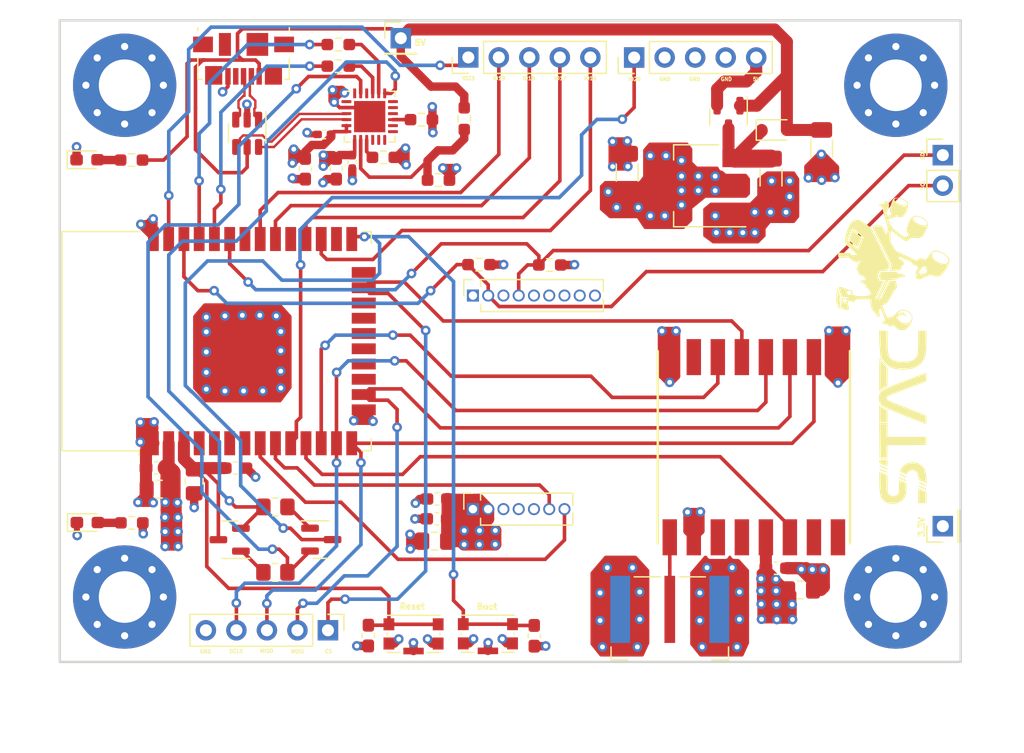
<source format=kicad_pcb>
(kicad_pcb (version 20211014) (generator pcbnew)
  (layers (0 "F.Cu" signal) (1 "In1.Cu" power) (2 "In2.Cu" power) (31 "B.Cu" signal) (34 "B.Paste" user) (35 "F.Paste" user) (36 "B.SilkS" user "B.Silkscreen") (37 "F.SilkS" user "F.Silkscreen") (38 "B.Mask" user) (39 "F.Mask" user) (44 "Edge.Cuts" user))
  (net 0 "")
  (net 1 "/EN")
  (net 2 "GND")
  (net 3 "+3V3")
  (net 4 "/GPIO34")
  (net 5 "/GPIO35")
  (net 6 "/GPIO32")
  (net 7 "/GPIO33")
  (net 8 "/GPIO25")
  (net 9 "/GPIO26")
  (net 10 "/GPIO27")
  (net 11 "/GPIO14{slash}HSPICLK (SCLK)")
  (net 12 "/GPIO12{slash}HSPIQ (MISO)")
  (net 13 "/GPIO13{slash}HSPID (MOSI)")
  (net 14 "/GPIO15{slash}HSPIOCS0 (CS)")
  (net 15 "/GPIO2")
  (net 16 "/GPIO0")
  (net 17 "/GPIO16{slash}RX")
  (net 18 "/GPIO17{slash}TX")
  (net 19 "Net-(D2-Pad2)")
  (net 21 "/GPIO21{slash}SDA")
  (net 22 "/RXD0")
  (net 23 "/TXD0")
  (net 24 "/GPIO22{slash}SCL")
  (net 26 "/PROM_RW")
  (net 27 "/VBAT")
  (net 28 "/VBUS")
  (net 30 "/RTS")
  (net 31 "/DTR")
  (net 35 "/ANT")
  (net 38 "/GPIO4")
  (net 39 "/GPIO5")
  (net 46 "/GPIO18")
  (net 47 "Net-(Q1-Pad1)")
  (net 48 "Net-(Q2-Pad1)")
  (net 49 "/GPIO19")
  (net 51 "/GPIO23")
  (net 53 "Net-(D3-Pad2)")
  (net 54 "/Vin")
  (net 55 "/USB_D-")
  (net 56 "/D+")
  (net 57 "/D-")
  (net 58 "/USB_D+")
  (net 59 "/TXD")
  (net 60 "/RXD")
  (net 79 "/USB_VBUS")
  (net 80 "/SUSPENDb")
  (net 81 "/RSTb")
  (footprint "Capacitor_SMD:C_0805_2012Metric_Pad1.18x1.45mm_HandSolder" (layer "F.Cu") (at 217.57 188.51)
    (fp_text reference "C11")
    (fp_text value "10uF")
  )
  (footprint "Connector_PinSocket_1.27mm:PinSocket_1x09_P1.27mm_Vertical" (layer "F.Cu") (at 190.295 164.005 90)
    (fp_text reference "P2" hide)
    (fp_text value "BST_Shuttleboard_Conn2" hide)
  )
  (footprint "Package_TO_SOT_SMD:SOT-23-6" (layer "F.Cu") (at 171.5 150.5 -90)
    (fp_text reference "U4")
    (fp_text value "USBLC6-2SC6")
  )
  (footprint "Package_TO_SOT_SMD:SOT-23" (layer "F.Cu") (at 177.67 184.32)
    (fp_text reference "Q2")
    (fp_text value "MMBT3904")
  )
  (footprint "Capacitor_SMD:C_0603_1608Metric_Pad1.08x0.95mm_HandSolder" (layer "F.Cu") (at 181.59 192.31 90)
    (fp_text reference "C6")
    (fp_text value "0.1uF")
  )
  (footprint "Resistor_SMD:R_1206_3216Metric_Pad1.30x1.75mm_HandSolder" (layer "F.Cu") (at 219.32 151.77 -90)
    (fp_text reference "R6")
    (fp_text value "100K")
  )
  (footprint "Resistor_SMD:R_0603_1608Metric_Pad0.98x0.95mm_HandSolder" (layer "F.Cu") (at 186.01 149.36 180)
    (fp_text reference "R12")
    (fp_text value "10K")
  )
  (footprint "Resistor_SMD:R_0603_1608Metric_Pad0.98x0.95mm_HandSolder" (layer "F.Cu") (at 196.695 161.46 180)
    (fp_text reference "R2")
    (fp_text value "4.7K")
  )
  (footprint "rover_controller:60312202114509" (layer "F.Cu") (at 206.68 190.87676)
    (fp_text reference "U7" hide)
    (fp_text value "RFM69HCW_SMA" hide)
  )
  (footprint "Package_TO_SOT_SMD:SOT-23" (layer "F.Cu") (at 211.57 149.1375 -90)
    (fp_text reference "Q3")
    (fp_text value "Q_PMOS_GDS")
  )
  (footprint "Capacitor_SMD:C_0402_1005Metric_Pad0.74x0.62mm_HandSolder" (layer "F.Cu") (at 177.92 150.59 180)
    (fp_text reference "C16")
    (fp_text value "0.1uF")
  )
  (footprint "Capacitor_SMD:C_1206_3216Metric_Pad1.33x1.80mm_HandSolder" (layer "F.Cu") (at 215.11 154.1675 -90)
    (fp_text reference "C9")
    (fp_text value "22uF")
  )
  (footprint "Resistor_SMD:R_0603_1608Metric_Pad0.98x0.95mm_HandSolder" (layer "F.Cu") (at 161.875 152.725 180)
    (fp_text reference "R7")
    (fp_text value "85R")
  )
  (footprint "Resistor_SMD:R_0603_1608Metric_Pad0.98x0.95mm_HandSolder" (layer "F.Cu") (at 182.84 152.5)
    (fp_text reference "R11")
    (fp_text value "1K")
  )
  (footprint "MountingHole:MountingHole_4.3mm_M4_Pad_Via" (layer "F.Cu") (at 225.5 146.5)
    (fp_text reference "H2" hide)
    (fp_text value "MountingHole_Pad" hide)
  )
  (footprint "Resistor_SMD:R_0603_1608Metric_Pad0.98x0.95mm_HandSolder" (layer "F.Cu") (at 190.8 161.43 180)
    (fp_text reference "R1")
    (fp_text value "4.7K")
  )
  (footprint "Resistor_SMD:R_0603_1608Metric_Pad0.98x0.95mm_HandSolder" (layer "F.Cu") (at 179.0875 143.11)
    (fp_text reference "R14")
    (fp_text value "0R")
  )
  (footprint "Package_TO_SOT_SMD:SOT-23" (layer "F.Cu") (at 170.04 184.33 180)
    (fp_text reference "Q1")
    (fp_text value "MMBT3904")
  )
  (footprint "LED_SMD:LED_0603_1608Metric_Pad1.05x0.95mm_HandSolder" (layer "F.Cu") (at 158.2 182.9)
    (fp_text reference "D3")
    (fp_text value "SML-D12V1WT86")
  )
  (footprint "MountingHole:MountingHole_4.3mm_M4_Pad_Via" (layer "F.Cu") (at 161.3 146.5)
    (fp_text reference "H1" hide)
    (fp_text value "MountingHole_Pad" hide)
  )
  (footprint "Resistor_SMD:R_0603_1608Metric_Pad0.98x0.95mm_HandSolder" (layer "F.Cu") (at 179.0875 144.91)
    (fp_text reference "R13")
    (fp_text value "0R")
  )
  (footprint "MountingHole:MountingHole_4.3mm_M4_Pad_Via" (layer "F.Cu") (at 225.5 189.1)
    (fp_text reference "H4" hide)
    (fp_text value "MountingHole_Pad" hide)
  )
  (footprint "Capacitor_SMD:C_0603_1608Metric_Pad1.08x0.95mm_HandSolder" (layer "F.Cu") (at 195.4 192.33 90)
    (fp_text reference "C7")
    (fp_text value "0.1uF")
  )
  (footprint "Resistor_SMD:R_0805_2012Metric_Pad1.20x1.40mm_HandSolder" (layer "F.Cu") (at 173.85 181.6)
    (fp_text reference "R5")
    (fp_text value "10K")
  )
  (footprint "Resistor_SMD:R_0603_1608Metric_Pad0.98x0.95mm_HandSolder" (layer "F.Cu") (at 189.57 149.28 -90)
    (fp_text reference "R9")
    (fp_text value "22.1K")
  )
  (footprint "Connector_USB:USB_Micro-B_Molex_47346-0001" (layer "F.Cu") (at 171.2 144.3 180)
    (fp_text reference "J5" hide)
    (fp_text value "USB-micro" hide)
  )
  (footprint "graphics_logo:stac" (layer "F.Cu") (at 226.018075 174.049368 90)
    (fp_text reference "G***" hide)
    (fp_text value "LOGO" hide)
  )
  (footprint "Resistor_SMD:R_0603_1608Metric_Pad0.98x0.95mm_HandSolder" (layer "F.Cu") (at 161.9 182.925 180)
    (fp_text reference "R8")
    (fp_text value "65R")
  )
  (footprint "Diode_SMD:D_SOD-323" (layer "F.Cu") (at 215.38 150.22)
    (fp_text reference "D1")
    (fp_text value "BAT60A")
  )
  (footprint "Resistor_SMD:R_0805_2012Metric_Pad1.20x1.40mm_HandSolder" (layer "F.Cu") (at 167.09 179.47 90)
    (fp_text reference "R3")
    (fp_text value "10K")
  )
  (footprint "Capacitor_SMD:C_0805_2012Metric_Pad1.18x1.45mm_HandSolder" (layer "F.Cu") (at 164.17 180.12 180)
    (fp_text reference "C1")
    (fp_text value "22uF")
  )
  (footprint "Connector_PinSocket_1.27mm:PinSocket_1x07_P1.27mm_Vertical" (layer "F.Cu") (at 190.295 181.785 90)
    (fp_text reference "P1" hide)
    (fp_text value "BST_Shuttleboard_Conn1" hide)
  )
  (footprint "Button_Switch_SMD:SW_Push_1P1T-SH_NO_CK_KMR2xxG" (layer "F.Cu") (at 191.54 192.16 180)
    (fp_text reference "U2")
    (fp_text value "KMR_SW_SPST")
  )
  (footprint "Capacitor_SMD:C_0402_1005Metric_Pad0.74x0.62mm_HandSolder" (layer "F.Cu") (at 180.25 152.8775 -90)
    (fp_text reference "C14")
    (fp_text value "0.1uF")
  )
  (footprint "Connector_PinHeader_2.54mm:PinHeader_1x02_P2.54mm_Vertical" (layer "F.Cu") (at 229.41 152.315)
    (fp_text reference "J2")
    (fp_text value "Conn_01x02_Male")
  )
  (footprint "Connector_PinHeader_2.54mm:PinHeader_1x05_P2.54mm_Vertical" (layer "F.Cu") (at 203.715 144.19 90)
    (fp_text reference "J6")
    (fp_text value "Conn_01x05_Male" hide)
  )
  (footprint "rover_controller:RFM69HCW" (layer "F.Cu") (at 213.68 176.63 -90)
    (fp_text reference "U5" hide)
    (fp_text value "RFM69HCW" hide)
  )
  (footprint "Capacitor_SMD:C_0603_1608Metric_Pad1.08x0.95mm_HandSolder" (layer "F.Cu") (at 215.54 186.7)
    (fp_text reference "C13")
    (fp_text value "0.1uF")
  )
  (footprint "Package_TO_SOT_SMD:SOT-223-3_TabPin2" (layer "F.Cu") (at 208.91 154.8675 180)
    (fp_text reference "U3")
    (fp_text value "AMS1117-3.3")
  )
  (footprint "graphics:rover_logo" (layer "F.Cu") (at 225.301385 161.392796 90)
    (fp_text reference "G***" hide)
    (fp_text value "LOGO" hide)
  )
  (footprint "Capacitor_SMD:C_1206_3216Metric_Pad1.33x1.80mm_HandSolder" (layer "F.Cu") (at 203.135 153.7675 90)
    (fp_text reference "C10")
    (fp_text value "22uF")
  )
  (footprint "Capacitor_SMD:C_0603_1608Metric_Pad1.08x0.95mm_HandSolder" (layer "F.Cu") (at 187.3175 180.94 180)
    (fp_text reference "C5")
    (fp_text value "0.1uF")
  )
  (footprint "Connector_PinHeader_2.54mm:PinHeader_1x05_P2.54mm_Vertical" (layer "F.Cu") (at 178.225 191.87 -90)
    (fp_text reference "J1" hide)
    (fp_text value "Conn_01x05_Male" hide)
  )
  (footprint "Capacitor_SMD:C_0805_2012Metric_Pad1.18x1.45mm_HandSolder" (layer "F.Cu") (at 187.1075 184.45 180)
    (fp_text reference "C3")
    (fp_text value "10uF")
  )
  (footprint "Connector_PinHeader_2.54mm:PinHeader_1x01_P2.54mm_Vertical" (layer "F.Cu") (at 229.41 183.2 90)
    (fp_text reference "J4")
    (fp_text value "Conn_01x01_Male")
  )
  (footprint "Connector_PinHeader_2.54mm:PinHeader_1x05_P2.54mm_Vertical" (layer "F.Cu") (at 189.91 144.18 90)
    (fp_text reference "J3")
    (fp_text value "Conn_01x05_Male" hide)
  )
  (footprint "Capacitor_SMD:C_0603_1608Metric_Pad1.08x0.95mm_HandSolder" (layer "F.Cu") (at 170.53 178.37)
    (fp_text reference "C8")
    (fp_text value "0.1uF")
  )
  (footprint "RF_Module:ESP32-WROOM-32" (layer "F.Cu") (at 171.95 167.8 90)
    (fp_text reference "ESP1")
    (fp_text value "~")
  )
  (footprint "Resistor_SMD:R_0805_2012Metric_Pad1.20x1.40mm_HandSolder" (layer "F.Cu") (at 173.85 187.05 180)
    (fp_text reference "R4")
    (fp_text value "10K")
  )
  (footprint "Capacitor_SMD:C_0603_1608Metric_Pad1.08x0.95mm_HandSolder" (layer "F.Cu") (at 178.92 153.45 -90)
    (fp_text reference "C12")
    (fp_text value "4.7uF")
  )
  (footprint "LED_SMD:LED_0603_1608Metric_Pad1.05x0.95mm_HandSolder" (layer "F.Cu") (at 158.175 152.7)
    (fp_text reference "D2")
    (fp_text value "SML-D12V1WT86")
  )
  (footprint "Connector_PinHeader_2.54mm:PinHeader_1x01_P2.54mm_Vertical" (layer "F.Cu") (at 184.29 142.58)
    (fp_text reference "J7")
    (fp_text value "Conn_01x01_Male")
  )
  (footprint "MountingHole:MountingHole_4.3mm_M4_Pad_Via" (layer "F.Cu") (at 161.3 189.1)
    (fp_text reference "H3" hide)
    (fp_text value "MountingHole_Pad" hide)
  )
  (footprint "Package_DFN_QFN:QFN-24-1EP_4x4mm_P0.5mm_EP2.6x2.6mm" (layer "F.Cu") (at 181.7 149.11)
    (fp_text reference "U6")
    (fp_text value "CP2102N-Axx-xQFN24")
  )
  (footprint "Capacitor_SMD:C_0603_1608Metric_Pad1.08x0.95mm_HandSolder" (layer "F.Cu") (at 176.34 153.45 -90)
    (fp_text reference "C15")
    (fp_text value "4.7uF")
  )
  (footprint "Capacitor_SMD:C_0603_1608Metric_Pad1.08x0.95mm_HandSolder" (layer "F.Cu") (at 187.3 182.59 180)
    (fp_text reference "C4")
    (fp_text value "0.1uF")
  )
  (footprint "Resistor_SMD:R_0603_1608Metric_Pad0.98x0.95mm_HandSolder" (layer "F.Cu") (at 187.4275 154.4 180)
    (fp_text reference "R10")
    (fp_text value "47.5K")
  )
  (footprint "Button_Switch_SMD:SW_Push_1P1T-SH_NO_CK_KMR2xxG" (layer "F.Cu") (at 185.35 192.1725 180)
    (fp_text reference "U1")
    (fp_text value "KMR_SW_SPST")
  )
  (footprint "Capacitor_SMD:C_0603_1608Metric_Pad1.08x0.95mm_HandSolder" (layer "F.Cu") (at 163.94 178.35 180)
    (fp_text reference "C2")
    (fp_text value "0.1uF")
  )
  (gr_rect (start 155.9 141.1) (end 230.9 194.5) (layer "Edge.Cuts") (width 0.2) (fill none))
  (gr_text "MISO" (at 173.12 193.6) (layer "F.SilkS") (effects (font (size 0.3 0.3) (thickness 0.075))))
  (gr_text "SCL" (at 227.74 154.81 90) (layer "F.SilkS") (effects (font (size 0.3 0.3) (thickness 0.075))))
  (gr_text "SDA" (at 227.73 152.29 90) (layer "F.SilkS") (effects (font (size 0.3 0.3) (thickness 0.075))))
  (gr_text "GND" (at 211.39 145.99) (layer "F.SilkS") (effects (font (size 0.3 0.3) (thickness 0.075))))
  (gr_text "Boot" (at 191.47 189.9) (layer "F.SilkS") (effects (font (size 0.5 0.5) (thickness 0.125))))
  (gr_text "IO25" (at 203.74 145.99) (layer "F.SilkS") (effects (font (size 0.3 0.3) (thickness 0.075))))
  (gr_text "IO16" (at 200.06 145.92) (layer "F.SilkS") (effects (font (size 0.3 0.3) (thickness 0.075))))
  (gr_text "Reset" (at 185.24 189.88) (layer "F.SilkS") (effects (font (size 0.5 0.5) (thickness 0.125))))
  (gr_text "IO23" (at 189.92 145.92) (layer "F.SilkS") (effects (font (size 0.3 0.3) (thickness 0.075))))
  (gr_text "SCLK" (at 170.59 193.61) (layer "F.SilkS") (effects (font (size 0.3 0.3) (thickness 0.075))))
  (gr_text "IO18" (at 194.94 145.92) (layer "F.SilkS") (effects (font (size 0.3 0.3) (thickness 0.075))))
  (gr_text "3.3V" (at 227.65 183.27 90) (layer "F.SilkS") (effects (font (size 0.5 0.5) (thickness 0.125))))
  (gr_text "CS" (at 178.27 193.62) (layer "F.SilkS") (effects (font (size 0.3 0.3) (thickness 0.075))))
  (gr_text "5V" (at 213.88 145.99) (layer "F.SilkS") (effects (font (size 0.3 0.3) (thickness 0.075))))
  (gr_text "IO19" (at 192.46 145.92) (layer "F.SilkS") (effects (font (size 0.3 0.3) (thickness 0.075))))
  (gr_text "MOSI" (at 175.69 193.64) (layer "F.SilkS") (effects (font (size 0.3 0.3) (thickness 0.075))))
  (gr_text "GND" (at 206.28 145.99) (layer "F.SilkS") (effects (font (size 0.3 0.3) (thickness 0.075))))
  (gr_text "GND" (at 208.76 145.99) (layer "F.SilkS") (effects (font (size 0.3 0.3) (thickness 0.075))))
  (gr_text "5V" (at 185.91 142.95) (layer "F.SilkS") (effects (font (size 0.5 0.5) (thickness 0.125))))
  (gr_text "IO17" (at 197.57 145.92) (layer "F.SilkS") (effects (font (size 0.3 0.3) (thickness 0.075))))
  (gr_text "GND" (at 168.04 193.64) (layer "F.SilkS") (effects (font (size 0.3 0.3) (thickness 0.075))))
  (segment (start 169.6675 178.37) (end 168.68 178.37) (width 1) (layer "F.Cu") (net 1))
  (segment (start 169.1025 184.33) (end 169.1025 179.6825) (width 0.3) (layer "F.Cu") (net 1))
  (segment (start 168.68 178.37) (end 167.79 178.37) (width 1) (layer "F.Cu") (net 1))
  (segment (start 167.79 178.37) (end 167.47 178.37) (width 1) (layer "F.Cu") (net 1))
  (segment (start 168.14 186.56) (end 169.96 188.38) (width 0.3) (layer "F.Cu") (net 1))
  (segment (start 166.235 177.615) (end 167.09 178.47) (width 1) (layer "F.Cu") (net 1))
  (segment (start 169.1025 179.6825) (end 167.79 178.37) (width 0.3) (layer "F.Cu") (net 1))
  (segment (start 183.3 189.05) (end 183.3 191.3725) (width 0.3) (layer "F.Cu") (net 1))
  (segment (start 182.63 188.38) (end 183.3 189.05) (width 0.3) (layer "F.Cu") (net 1))
  (segment (start 167.19 178.37) (end 167.09 178.47) (width 1) (layer "F.Cu") (net 1))
  (segment (start 181.59 191.4475) (end 183.225 191.4475) (width 0.3) (layer "F.Cu") (net 1))
  (segment (start 187.4 191.3725) (end 183.3 191.3725) (width 0.3) (layer "F.Cu") (net 1))
  (segment (start 166.235 176.3) (end 166.235 177.615) (width 1) (layer "F.Cu") (net 1))
  (segment (start 168.14 179.52) (end 168.14 186.56) (width 0.3) (layer "F.Cu") (net 1))
  (segment (start 183.2225 191.45) (end 183.3 191.3725) (width 0.5) (layer "F.Cu") (net 1))
  (segment (start 167.47 178.37) (end 167.19 178.37) (width 1) (layer "F.Cu") (net 1))
  (segment (start 167.09 178.47) (end 168.14 179.52) (width 0.3) (layer "F.Cu") (net 1))
  (segment (start 167.2 178.36) (end 167.09 178.47) (width 0.7) (layer "F.Cu") (net 1))
  (segment (start 169.96 188.38) (end 182.63 188.38) (width 0.3) (layer "F.Cu") (net 1))
  (segment (start 183.225 191.4475) (end 183.3 191.3725) (width 0.3) (layer "F.Cu") (net 1))
  (segment (start 185.35 193.5975) (end 185.35 192.92) (width 0.7) (layer "F.Cu") (net 2))
  (segment (start 217.63 186.79) (end 219.45 186.79) (width 1) (layer "F.Cu") (net 2))
  (segment (start 220.43 154.18) (end 220.43 153.38) (width 0.7) (layer "F.Cu") (net 2))
  (segment (start 218.6075 187.7675) (end 217.63 186.79) (width 1) (layer "F.Cu") (net 2))
  (segment (start 220.68 167.605) (end 221.355 166.93) (width 0.7) (layer "F.Cu") (net 2))
  (segment (start 180.25 154.42) (end 180.26 154.43) (width 0.7) (layer "F.Cu") (net 2))
  (segment (start 220.68 169.13) (end 220.68 167.605) (width 0.7) (layer "F.Cu") (net 2))
  (segment (start 216.4025 186.7) (end 217.54 186.7) (width 1) (layer "F.Cu") (net 2))
  (segment (start 185.72 184.45) (end 185.08 185.09) (width 0.7) (layer "F.Cu") (net 2))
  (segment (start 162.6 174.55) (end 162.6 176.2) (width 0.7) (layer "F.Cu") (net 2))
  (segment (start 185.08 183.9) (end 185.06 183.88) (width 0.7) (layer "F.Cu") (net 2))
  (segment (start 219.32 153.32) (end 219.11 153.32) (width 0.7) (layer "F.Cu") (net 2))
  (segment (start 185.48 182.59) (end 185.47 182.6) (width 0.7) (layer "F.Cu") (net 2))
  (segment (start 209.205 182.03) (end 209.23 182.005) (width 0.7) (layer "F.Cu") (net 2))
  (segment (start 219.11 153.32) (end 218.22 154.21) (width 0.7) (layer "F.Cu") (net 2))
  (segment (start 218.04 186.7) (end 219.51 188.17) (width 1) (layer "F.Cu") (net 2))
  (segment (start 163.0775 176.9175) (end 163.0775 178.35) (width 1) (layer "F.Cu") (net 2))
  (segment (start 180.375 174.425) (end 181.925 174.425) (width 0.7) (layer "F.Cu") (net 2))
  (segment (start 219.45 186.79) (end 219.47 186.81) (width 1) (layer "F.Cu") (net 2))
  (segment (start 219.32 153.32) (end 219.32 154.4) (width 0.7) (layer "F.Cu") (net 2))
  (segment (start 188.34 153.9775) (end 188.9275 153.39) (width 0.7) (layer "F.Cu") (net 2))
  (segment (start 178.92 154.3125) (end 178.1075 154.3125) (width 0.7) (layer "F.Cu") (net 2))
  (segment (start 163.1325 180.12) (end 163.1325 180.4975) (width 0.7) (layer "F.Cu") (net 2))
  (segment (start 202.945 152.205) (end 201.92 151.18) (width 0.7) (layer "F.Cu") (net 2))
  (segment (start 221.355 170.605) (end 220.68 171.28) (width 0.7) (layer "F.Cu") (net 2))
  (segment (start 163.695 159.12) (end 162.65 158.075) (width 0.7) (layer "F.Cu") (net 2))
  (segment (start 209.23 182.005) (end 209.23 183.58) (width 0.7) (layer "F.Cu") (net 2))
  (segment (start 163.75 176.245) (end 163.695 176.3) (width 0.7) (layer "F.Cu") (net 2))
  (segment (start 178.61 146.89) (end 178.61 147.7695) (width 0.7) (layer "F.Cu") (net 2))
  (segment (start 185.86 180.94) (end 185.51 181.29) (width 0.7) (layer "F.Cu") (net 2))
  (segment (start 188.34 154.4) (end 188.34 153.9775) (width 0.7) (layer "F.Cu") (net 2))
  (segment (start 162.7 176.3) (end 162.6 176.2) (width 0.7) (layer "F.Cu") (net 2))
  (segment (start 187.4 192.9725) (end 186.8925 192.9725) (width 0.7) (layer "F.Cu") (net 2))
  (segment (start 207.205 170.695) (end 206.67 171.23) (width 0.7) (layer "F.Cu") (net 2))
  (segment (start 181.925 174.425) (end 181.975 174.475) (width 0.7) (layer "F.Cu") (net 2))
  (segment (start 185.63 184.45) (end 185.06 183.88) (width 0.7) (layer "F.Cu") (net 2))
  (segment (start 206.03 166.955) (end 207.205 166.955) (width 0.7) (layer "F.Cu") (net 2))
  (segment (start 163.695 176.3) (end 163.695 175.645) (width 0.7) (layer "F.Cu") (net 2))
  (segment (start 218.22 153.33) (end 219.3 152.25) (width 0.7) (layer "F.Cu") (net 2))
  (segment (start 163.695 159.3) (end 163.695 157.645) (width 0.7) (layer "F.Cu") (net 2))
  (segment (start 201.92 151.18) (end 203.11 151.18) (width 0.7) (layer "F.Cu") (net 2))
  (segment (start 203.11 151.18) (end 203.15 151.14) (width 0.7) (layer "F.Cu") (net 2))
  (segment (start 203.19 153.26) (end 201.94 153.26) (width 0.7) (layer "F.Cu") (net 2))
  (segment (start 218.22 154.21) (end 219.13 154.21) (width 0.7) (layer "F.Cu") (net 2))
  (segment (start 181.205 173.515) (end 181.205 173.595) (width 0.7) (layer "F.Cu") (net 2))
  (segment (start 188.34 153.9425) (end 187.7875 153.39) (width 0.7) (layer "F.Cu") (net 2))
  (segment (start 202.35 151.94) (end 201.93 151.94) (width 0.7) (layer "F.Cu") (net 2))
  (segment (start 178.61 146.89) (end 179.3545 146.89) (width 0.7) (layer "F.Cu") (net 2))
  (segment (start 219.32 153.32) (end 219.57 153.32) (width 0.7) (layer "F.Cu") (net 2))
  (segment (start 163.695 175.645) (end 162.6 174.55) (width 0.7) (layer "F.Cu") (net 2))
  (segment (start 206.68 167.605) (end 206.03 166.955) (width 0.7) (layer "F.Cu") (net 2))
  (segment (start 193.59 192.96) (end 193.11 192.96) (width 0.7) (layer "F.Cu") (net 2))
  (segment (start 163.695 176.3) (end 162.7 176.3) (width 0.7) (layer "F.Cu") (net 2))
  (segment (start 219.93 170.53) (end 220.68 171.28) (width 0.7) (layer "F.Cu") (net 2))
  (segment (start 179.4745 147.01) (end 179.6 147.1355) (width 0.3) (layer "F.Cu") (net 2))
  (segment (start 203.135 153.205) (end 203.19 153.26) (width 0.7) (layer "F.Cu") (net 2))
  (segment (start 163.1325 180.7025) (end 163.68 181.25) (width 0.7) (layer "F.Cu") (net 2))
  (segment (start 180.25 153.445) (end 180.25 154.42) (width 0.7) (layer "F.Cu") (net 2))
  (segment (start 196.3375 193.1925) (end 196.35 193.18) (width 0.7) (layer "F.Cu") (net 2))
  (segment (start 177.3525 150.59) (end 176.64 150.59) (width 0.5) (layer "F.Cu") (net 2))
  (segment (start 208.68 182.555) (end 208.155 182.03) (width 0.7) (layer "F.Cu") (net 2))
  (segment (start 186.455 180.94) (end 185.86 180.94) (width 0.7) (layer "F.Cu") (net 2))
  (segment (start 219.51 188.27) (end 219.27 188.51) (width 1) (layer "F.Cu") (net 2))
  (segment (start 163.75 175) (end 163.75 176.245) (width 0.7) (layer "F.Cu") (net 2))
  (segment (start 218.6075 188.51) (end 218.6075 187.7675) (width 1) (layer "F.Cu") (net 2))
  (segment (start 179.2005 148.36) (end 178.7505 147.91) (width 0.3) (layer "F.Cu") (net 2))
  (segment (start 216.4025 186.7) (end 218.04 186.7) (width 1) (layer "F.Cu") (net 2))
  (segment (start 185.08 185.09) (end 185.08 183.9) (width 0.7) (layer "F.Cu") (net 2))
  (segment (start 217.54 186.7) (end 217.63 186.79) (width 1) (layer "F.Cu") (net 2))
  (segment (start 162.6 174.55) (end 163.725 174.55) (width 0.7) (layer "F.Cu") (net 2))
  (segment (start 208.155 183.605) (end 208.68 184.13) (width 0.7) (layer "F.Cu") (net 2))
  (segment (start 163.1325 180.12) (end 163.1325 180.7025) (width 0.7) (layer "F.Cu") (net 2))
  (segment (start 220.68 169.13) (end 220.68 167.68) (width 0.7) (layer "F.Cu") (net 2))
  (segment (start 203.135 151.155) (end 203.15 151.14) (width 0.7) (layer "F.Cu") (net 2))
  (segment (start 162.44 181.25) (end 162.41 181.22) (width 0.7) (layer "F.Cu") (net 2))
  (segment (start 176.34 154.3125) (end 175.3425 154.3125) (width 0.7) (layer "F.Cu") (net 2))
  (segment (start 220.43 154.18) (end 219.54 154.18) (width 0.7) (layer "F.Cu") (net 2))
  (segment (start 219.13 154.21) (end 219.32 154.4) (width 0.7) (layer "F.Cu") (net 2))
  (segment (start 195.4 193.1925) (end 196.3375 193.1925) (width 0.7) (layer "F.Cu") (net 2))
  (segment (start 179.6 147.1355) (end 179.208294 147.1355) (width 0.7) (layer "F.Cu") (net 2))
  (segment (start 186.9225 148.3025) (end 186.91 148.29) (width 0.7) (layer "F.Cu") (net 2))
  (segment (start 186.9225 149.36) (end 186.9225 150.4025) (width 0.7) (layer "F.Cu") (net 2))
  (segment (start 169.9 145.76) (end 169.9 146.606152) (width 0.3) (layer "F.Cu") (net 2))
  (segment (start 206.68 171.22) (end 206.67 171.23) (width 0.7) (layer "F.Cu") (net 2))
  (segment (start 219.51 188.17) (end 219.51 188.27) (width 1) (layer "F.Cu") (net 2))
  (segment (start 203.15 151.14) (end 202.35 151.94) (width 0.7) (layer "F.Cu") (net 2))
  (segment (start 163.695 176.3) (end 163.0775 176.9175) (width 1) (layer "F.Cu") (net 2))
  (segment (start 187.7875 153.39) (end 188.9275 153.39) (width 0.7) (layer "F.Cu") (net 2))
  (segment (start 201.93 153.27) (end 201.93 151.94) (width 0.7) (layer "F.Cu") (net 2))
  (segment (start 163.225 158.075) (end 163.675 157.625) (width 0.7) (layer "F.Cu") (net 2))
  (segment (start 179.208294 147.1355) (end 178.7505 147.593294) (width 0.7) (layer "F.Cu") (net 2))
  (segment (start 219.54 154.18) (end 219.32 154.4) (width 0.7) (layer "F.Cu") (net 2))
  (segment (start 221.355 166.93) (end 221.355 170.605) (width 0.7) (layer "F.Cu") (net 2))
  (segment (start 157.3 152.7) (end 157.3 151.625) (width 0.7) (layer "F.Cu") (net 2))
  (segment (start 206.68 169.13) (end 206.68 167.605) (width 0.7) (layer "F.Cu") (net 2))
  (segment (start 179.7625 148.36) (end 179.2005 148.36) (width 0.3) (layer "F.Cu") (net 2))
  (segment (start 181.205 173.515) (end 181.205 173.705) (width 0.7) (layer "F.Cu") (net 2))
  (segment (start 219.32 152.27) (end 219.3 152.25) (width 0.7) (layer "F.Cu") (net 2))
  (segment (start 186.4375 182.59) (end 185.48 182.59) (width 0.7) (layer "F.Cu") (net 2))
  (segment (start 178.61 147.7695) (end 178.7505 147.91) (width 0.7) (layer "F.Cu") (net 2))
  (segment (start 191.54 192.92) (end 191.56 192.9) (width 0.7) (layer "F.Cu") (net 2))
  (segment (start 163.0775 178.35) (end 163.0775 180.065) (width 1) (layer "F.Cu") (net 2))
  (segment (start 163.695 159.3) (end 163.695 159.12) (width 0.7) (layer "F.Cu") (net 2))
  (segment (start 188.34 154.4) (end 188.34 153.9425) (width 0.7) (layer "F.Cu") (net 2))
  (segment (start 189.49 192.96) (end 189.97 192.96) (width 0.7) (layer "F.Cu") (net 2))
  (segment (start 171.5 149.3625) (end 171.5 148.1) (width 0.5) (layer "F.Cu") (net 2))
  (segment (start 169.9 146.606152) (end 169.457534 147.048618) (width 0.3) (layer "F.Cu") (net 2))
  (segment (start 162.6 176.2) (end 163.75 175.05) (width 0.7) (layer "F.Cu") (net 2))
  (segment (start 206.68 169.13) (end 206.68 167.48) (width 0.7) (layer "F.Cu") (net 2))
  (segment (start 181.59 193.1725) (end 180.6325 193.1725) (width 0.7) (layer "F.Cu") (net 2))
  (segment (start 218.55 186.81) (end 219.47 186.81) (width 0.7) (layer "F.Cu") (net 2))
  (segment (start 179.7625 148.36) (end 180.95 148.36) (width 0.3) (layer "F.Cu") (net 2))
  (segment (start 186.9225 149.36) (end 186.9225 148.3025) (width 0.7) (layer "F.Cu") (net 2))
  (segment (start 178.7505 147.593294) (end 178.7505 147.91) (width 0.7) (layer "F.Cu") (net 2))
  (segment (start 203.135 152.205) (end 202.945 152.205) (width 0.7) (layer "F.Cu") (net 2))
  (segment (start 186.07 184.45) (end 185.63 184.45) (width 0.7) (layer "F.Cu") (net 2))
  (segment (start 206.03 166.955) (end 206.03 170.59) (width 0.7) (layer "F.Cu") (net 2))
  (segment (start 157.325 183.95) (end 157.35 183.975) (width 0.5) (layer "F.Cu") (net 2))
  (segment (start 191.54 193.585) (end 191.54 192.92) (width 0.7) (layer "F.Cu") (net 2))
  (segment (start 186.8925 192.9725) (end 186.52 192.6) (width 0.7) (layer "F.Cu") (net 2))
  (segment (start 219.51 186.85) (end 219.51 188.17) (width 1) (layer "F.Cu") (net 2))
  (segment (start 157.325 182.9) (end 157.325 183.95) (width 0.5) (layer "F.Cu") (net 2))
  (segment (start 206.68 167.48) (end 207.205 166.955) (width 0.7) (layer "F.Cu") (net 2))
  (segment (start 201.93 151.94) (end 201.93 151.19) (width 0.7) (layer "F.Cu") (net 2))
  (segment (start 193.11 192.96) (end 192.74 192.59) (width 0.7) (layer "F.Cu") (net 2))
  (segment (start 218.22 154.21) (end 218.22 153.33) (width 0.7) (layer "F.Cu") (net 2))
  (segment (start 203.135 152.205) (end 202.995 152.205) (width 0.7) (layer "F.Cu") (net 2))
  (segment (start 208.68 182.555) (end 209.23 182.005) (width 0.7) (layer "F.Cu") (net 2))
  (segment (start 201.94 153.26) (end 201.93 153.27) (width 0.7) (layer "F.Cu") (net 2))
  (segment (start 218.53 186.79) (end 218.55 186.81) (width 0.7) (layer "F.Cu") (net 2))
  (segment (start 219.32 153.32) (end 219.32 152.27) (width 0.7) (layer "F.Cu") (net 2))
  (segment (start 203.135 152.205) (end 203.135 151.155) (width 0.7) (layer "F.Cu") (net 2))
  (segment (start 163.725 174.55) (end 163.75 174.525) (width 0.7) (layer "F.Cu") (net 2))
  (segment (start 219.93 166.93) (end 221.355 166.93) (width 0.7) (layer "F.Cu") (net 2))
  (segment (start 181.205 173.595) (end 180.375 174.425) (width 0.7) (layer "F.Cu") (net 2))
  (segment (start 203.135 152.205) (end 203.135 153.205) (width 0.7) (layer "F.Cu") (net 2))
  (segment (start 186.07 184.45) (end 185.72 184.45) (width 0.7) (layer "F.Cu") (net 2))
  (segment (start 208.68 184.13) (end 208.68 182.555) (width 0.7) (layer "F.Cu") (net 2))
  (segment (start 179.3545 146.89) (end 179.6 147.1355) (width 0.7) (layer "F.Cu") (net 2))
  (segment (start 220.43 153.38) (end 219.3 152.25) (width 0.7) (layer "F.Cu") (net 2))
  (segment (start 219.27 188.51) (end 218.6075 188.51) (width 1) (layer "F.Cu") (net 2))
  (segment (start 206.68 169.13) (end 206.68 171.22) (width 0.7) (layer "F.Cu") (net 2))
  (segment (start 162.65 158.075) (end 163.225 158.075) (width 0.7) (layer "F.Cu") (net 2))
  (segment (start 183.3 192.9725) (end 183.7475 192.9725) (width 0.7) (layer "F.Cu") (net 2))
  (segment (start 163.75 174.525) (end 163.75 175) (width 0.7) (layer "F.Cu") (net 2))
  (segment (start 185.35 192.92) (end 185.34 192.91) (width 0.7) (layer "F.Cu") (net 2))
  (segment (start 163.0775 180.065) (end 163.1325 180.12) (width 1) (layer "F.Cu") (net 2))
  (segment (start 201.93 151.19) (end 201.92 151.18) (width 0.7) (layer "F.Cu") (net 2))
  (segment (start 220.68 169.13) (end 220.68 171.28) (width 0.7) (layer "F.Cu") (net 2))
  (segment (start 180.6325 193.1725) (end 180.63 193.17) (width 0.7) (layer "F.Cu") (net 2))
  (segment (start 171.5 148.1) (end 171.48 148.08) (width 0.5) (layer "F.Cu") (net 2))
  (segment (start 183.7475 192.9725) (end 184.12 192.6) (width 0.7) (layer "F.Cu") (net 2))
  (segment (start 208.155 182.03) (end 208.155 183.605) (width 0.7) (layer "F.Cu") (net 2))
  (segment (start 219.93 166.93) (end 219.93 170.53) (width 0.7) (layer "F.Cu") (net 2))
  (segment (start 181.205 173.705) (end 181.975 174.475) (width 0.7) (layer "F.Cu") (net 2))
  (segment (start 186.9225 150.4025) (end 186.96 150.44) (width 0.7) (layer "F.Cu") (net 2))
  (segment (start 209.23 183.58) (end 208.68 184.13) (width 0.7) (layer "F.Cu") (net 2))
  (segment (start 180.95 148.36) (end 181.7 149.11) (width 0.3) (layer "F.Cu") (net 2))
  (segment (start 189.97 192.96) (end 190.34 192.59) (width 0.7) (layer "F.Cu") (net 2))
  (segment (start 176.64 150.59) (end 176.49 150.44) (width 0.5) (layer "F.Cu") (net 2))
  (segment (start 175.3425 154.3125) (end 175.26 154.23) (width 0.7) (layer "F.Cu") (net 2))
  (segment (start 163.1325 180.4975) (end 162.41 181.22) (width 0.7) (layer "F.Cu") (net 2))
  (segment (start 219.57 153.32) (end 220.43 154.18) (width 0.7) (layer "F.Cu") (net 2))
  (segment (start 208.155 182.03) (end 209.205 182.03) (width 0.7) (layer "F.Cu") (net 2))
  (segment (start 171.3925 178.37) (end 171.45 178.37) (width 0.7) (layer "F.Cu") (net 2))
  (segment (start 163.75 175.05) (end 163.75 175) (width 0.7) (layer "F.Cu") (net 2))
  (segment (start 178.1075 154.3125) (end 177.81 154.61) (width 0.7) (layer "F.Cu") (net 2))
  (segment (start 206.03 170.59) (end 206.67 171.23) (width 0.7) (layer "F.Cu") (net 2))
  (segment (start 171.45 178.37) (end 172.2 179.12) (width 0.7) (layer "F.Cu") (net 2))
  (segment (start 207.205 166.955) (end 207.205 170.695) (width 0.7) (layer "F.Cu") (net 2))
  (segment (start 220.68 167.68) (end 219.93 166.93) (width 0.7) (layer "F.Cu") (net 2))
  (segment (start 163.695 157.645) (end 163.675 157.625) (width 0.7) (layer "F.Cu") (net 2))
  (segment (start 219.47 186.81) (end 219.51 186.85) (width 1) (layer "F.Cu") (net 2))
  (segment (start 202.995 152.205) (end 201.93 153.27) (width 0.7) (layer "F.Cu") (net 2))
  (segment (start 163.68 181.25) (end 162.44 181.25) (width 0.7) (layer "F.Cu") (net 2))
  (segment (start 217.63 186.79) (end 218.53 186.79) (width 0.7) (layer "F.Cu") (net 2))
  (via (at 187.7875 153.39) (size 0.8) (drill 0.4) (layers "F.Cu" "B.Cu") (net 2))
  (via (at 208.155 182.03) (size 0.8) (drill 0.4) (layers "F.Cu" "B.Cu") (net 2))
  (via (at 209.38 193.25508) (size 0.8) (drill 0.4) (layers "F.Cu" "B.Cu") (net 2))
  (via (at 173.925 165.7) (size 0.8) (drill 0.4) (layers "F.Cu" "B.Cu") (net 2))
  (via (at 168.1 170.4) (size 0.8) (drill 0.4) (layers "F.Cu" "B.Cu") (net 2))
  (via (at 213.76 158.7675) (size 0.8) (drill 0.4) (layers "F.Cu" "B.Cu") (net 2))
  (via (at 171.48 148.08) (size 0.8) (drill 0.4) (layers "F.Cu" "B.Cu") (net 2))
  (via (at 180.63 193.17) (size 0.8) (drill 0.4) (layers "F.Cu" "B.Cu") (net 2))
  (via (at 209.23 182.005) (size 0.8) (drill 0.4) (layers "F.Cu" "B.Cu") (net 2))
  (via (at 218.55 186.81) (size 0.8) (drill 0.4) (layers "F.Cu" "B.Cu") (net 2))
  (via (at 216.66 154.4675) (size 0.8) (drill 0.4) (layers "F.Cu" "B.Cu") (net 2))
  (via (at 185.47 182.6) (size 0.8) (drill 0.4) (layers "F.Cu" "B.Cu") (net 2))
  (via (at 216.36 157.0675) (size 0.8) (drill 0.4) (layers "F.Cu" "B.Cu") (net 2))
  (via (at 168.1 168.7) (size 0.8) (drill 0.4) (layers "F.Cu" "B.Cu") (net 2))
  (via (at 184.12 192.6) (size 0.8) (drill 0.4) (layers "F.Cu" "B.Cu") (net 2))
  (via (at 212.48 188.68008) (size 0.8) (drill 0.4) (layers "F.Cu" "B.Cu") (net 2))
  (via (at 220.68 171.28) (size 0.8) (drill 0.4) (layers "F.Cu" "B.Cu") (net 2))
  (via (at 203.15 151.14) (size 0.8) (drill 0.4) (layers "F.Cu" "B.Cu") (net 2))
  (via (at 174.3 171.7) (size 0.8) (drill 0.4) (layers "F.Cu" "B.Cu") (net 2))
  (via (at 162.6 174.55) (size 0.8) (drill 0.4) (layers "F.Cu" "B.Cu") (net 2))
  (via (at 211.88 186.65508) (size 0.8) (drill 0.4) (layers "F.Cu" "B.Cu") (net 2))
  (via (at 215.16 154.4675) (size 0.8) (drill 0.4) (layers "F.Cu" "B.Cu") (net 2))
  (via (at 200.88 188.75508) (size 0.8) (drill 0.4) (layers "F.Cu" "B.Cu") (net 2))
  (via (at 180.375 174.425) (size 0.8) (drill 0.4) (layers "F.Cu" "B.Cu") (net 2))
  (via (at 212.48 190.95508) (size 0.8) (drill 0.4) (layers "F.Cu" "B.Cu") (net 2))
  (via (at 209.78 186.65508) (size 0.8) (drill 0.4) (layers "F.Cu" "B.Cu") (net 2))
  (via (at 203.58 186.65508) (size 0.8) (drill 0.4) (layers "F.Cu" "B.Cu") (net 2))
  (via (at 157.35 183.975) (size 0.8) (drill 0.4) (layers "F.Cu" "B.Cu") (net 2))
  (via (at 175.26 154.23) (size 0.8) (drill 0.4) (layers "F.Cu" "B.Cu") (net 2))
  (via (at 209.18 191.05508) (size 0.8) (drill 0.4) (layers "F.Cu" "B.Cu") (net 2))
  (via (at 174.3 168.6) (size 0.8) (drill 0.4) (layers "F.Cu" "B.Cu") (net 2))
  (via (at 192.74 192.59) (size 0.8) (drill 0.4) (layers "F.Cu" "B.Cu") (net 2))
  (via (at 196.35 193.18) (size 0.8) (drill 0.4) (layers "F.Cu" "B.Cu") (net 2))
  (via (at 163.75 174.525) (size 0.8) (drill 0.4) (layers "F.Cu" "B.Cu") (net 2))
  (via (at 162.65 158.075) (size 0.8) (drill 0.4) (layers "F.Cu" "B.Cu") (net 2))
  (via (at 181.975 174.475) (size 0.8) (drill 0.4) (layers "F.Cu" "B.Cu") (net 2))
  (via (at 212.76 158.7675) (size 0.8) (drill 0.4) (layers "F.Cu" "B.Cu") (net 2))
  (via (at 176.49 150.44) (size 0.8) (drill 0.4) (layers "F.Cu" "B.Cu") (net 2))
  (via (at 204.18 188.68008) (size 0.8) (drill 0.4) (layers "F.Cu" "B.Cu") (net 2))
  (via (at 185.08 185.09) (size 0.8) (drill 0.4) (layers "F.Cu" "B.Cu") (net 2))
  (via (at 172.8 171.95) (size 0.8) (drill 0.4) (layers "F.Cu" "B.Cu") (net 2))
  (via (at 219.47 186.81) (size 0.8) (drill 0.4) (layers "F.Cu" "B.Cu") (net 2))
  (via (at 172.2 179.12) (size 0.8) (drill 0.4) (layers "F.Cu" "B.Cu") (net 2))
  (via (at 169.65 165.7) (size 0.8) (drill 0.4) (layers "F.Cu" "B.Cu") (net 2))
  (via (at 206.67 171.23) (size 0.8) (drill 0.4) (layers "F.Cu" "B.Cu") (net 2))
  (via (at 201.92 151.18) (size 0.8) (drill 0.4) (layers "F.Cu" "B.Cu") (net 2))
  (via (at 177.81 154.61) (size 0.8) (drill 0.4) (layers "F.Cu" "B.Cu") (net 2))
  (via (at 186.91 148.29) (size 0.8) (drill 0.4) (layers "F.Cu" "B.Cu") (net 2))
  (via (at 211.66 158.7675) (size 0.8) (drill 0.4) (layers "F.Cu" "B.Cu") (net 2))
  (via (at 171.1 165.65) (size 0.8) (drill 0.4) (layers "F.Cu" "B.Cu") (net 2))
  (via (at 190.34 192.59) (size 0.8) (drill 0.4) (layers "F.Cu" "B.Cu") (net 2))
  (via (at 191.56 192.9) (size 0.8) (drill 0.4) (layers "F.Cu" "B.Cu") (net 2))
  (via (at 162.6 176.2) (size 0.8) (drill 0.4) (layers "F.Cu" "B.Cu") (net 2))
  (via (at 213.76 157.0675) (size 0.8) (drill 0.4) (layers "F.Cu" "B.Cu") (net 2))
  (via (at 206.03 166.955) (size 0.8) (drill 0.4) (layers "F.Cu" "B.Cu") (net 2))
  (via (at 200.88 191.05508) (size 0.8) (drill 0.4) (layers "F.Cu" "B.Cu") (net 2))
  (via (at 174.3 170.3) (size 0.8) (drill 0.4) (layers "F.Cu" "B.Cu") (net 2))
  (via (at 219.93 166.93) (size 0.8) (drill 0.4) (layers "F.Cu" "B.Cu") (net 2))
  (via (at 218.22 154.21) (size 0.8) (drill 0.4) (layers "F.Cu" "B.Cu") (net 2))
  (via (at 219.3 152.25) (size 0.8) (drill 0.4) (layers "F.Cu" "B.Cu") (net 2))
  (via (at 179.6 147.1355) (size 0.8) (drill 0.4) (layers "F.Cu" "B.Cu") (net 2))
  (via (at 174.3 167) (size 0.8) (drill 0.4) (layers "F.Cu" "B.Cu") (net 2))
  (via (at 178.61 146.89) (size 0.8) (drill 0.4) (layers "F.Cu" "B.Cu") (net 2))
  (via (at 209.18 188.75508) (size 0.8) (drill 0.4) (layers "F.Cu" "B.Cu") (net 2))
  (via (at 180.26 154.43) (size 0.8) (drill 0.4) (layers "F.Cu" "B.Cu") (net 2))
  (via (at 157.3 151.625) (size 0.8) (drill 0.4) (layers "F.Cu" "B.Cu") (net 2))
  (via (at 169.457534 147.048618) (size 0.8) (drill 0.4) (layers "F.Cu" "B.Cu") (net 2))
  (via (at 186.96 150.44) (size 0.8) (drill 0.4) (layers "F.Cu" "B.Cu") (net 2))
  (via (at 172.55 165.65) (size 0.8) (drill 0.4) (layers "F.Cu" "B.Cu") (net 2))
  (via (at 186.52 192.6) (size 0.8) (drill 0.4) (layers "F.Cu" "B.Cu") (net 2))
  (via (at 188.9275 153.39) (size 0.8) (drill 0.4) (layers "F.Cu" "B.Cu") (net 2))
  (via (at 201.08 193.25508) (size 0.8) (drill 0.4) (layers "F.Cu" "B.Cu") (net 2))
  (via (at 217.63 186.79) (size 0.8) (drill 0.4) (layers "F.Cu" "B.Cu") (net 2))
  (via (at 212.28 193.25508) (size 0.8) (drill 0.4) (layers "F.Cu" "B.Cu") (net 2))
  (via (at 203.19 153.26) (size 0.8) (drill 0.4) (layers "F.Cu" "B.Cu") (net 2))
  (via (at 215.06 157.0675) (size 0.8) (drill 0.4) (layers "F.Cu" "B.Cu") (net 2))
  (via (at 210.46 157.3675) (size 0.8) (drill 0.4) (layers "F.Cu" "B.Cu") (net 2))
  (via (at 221.355 166.93) (size 0.8) (drill 0.4) (layers "F.Cu" "B.Cu") (net 2))
  (via (at 162.41 181.22) (size 0.8) (drill 0.4) (layers "F.Cu" "B.Cu") (net 2))
  (via (at 185.34 192.91) (size 0.8) (drill 0.4) (layers "F.Cu" "B.Cu") (net 2))
  (via (at 220.43 154.18) (size 0.8) (drill 0.4) (layers "F.Cu" "B.Cu") (net 2))
  (via (at 185.51 181.29) (size 0.8) (drill 0.4) (layers "F.Cu" "B.Cu") (net 2))
  (via (at 210.56 158.7675) (size 0.8) (drill 0.4) (layers "F.Cu" "B.Cu") (net 2))
  (via (at 169.65 171.95) (size 0.8) (drill 0.4) (layers "F.Cu" "B.Cu") (net 2))
  (via (at 185.06 183.88) (size 0.8) (drill 0.4) (layers "F.Cu" "B.Cu") (net 2))
  (via (at 168.1 171.8) (size 0.8) (drill 0.4) (layers "F.Cu" "B.Cu") (net 2))
  (via (at 201.93 153.27) (size 0.8) (drill 0.4) (layers "F.Cu" "B.Cu") (net 2))
  (via (at 219.32 154.4) (size 0.8) (drill 0.4) (layers "F.Cu" "B.Cu") (net 2))
  (via (at 168.1 165.8) (size 0.8) (drill 0.4) (layers "F.Cu" "B.Cu") (net 2))
  (via (at 207.205 166.955) (size 0.8) (drill 0.4) (layers "F.Cu" "B.Cu") (net 2))
  (via (at 216.66 155.7675) (size 0.8) (drill 0.4) (layers "F.Cu" "B.Cu") (net 2))
  (via (at 178.7505 147.91) (size 0.8) (drill 0.4) (layers "F.Cu" "B.Cu") (net 2))
  (via (at 203.98 193.25508) (size 0.8) (drill 0.4) (layers "F.Cu" "B.Cu") (net 2))
  (via (at 168.1 167.025) (size 0.8) (drill 0.4) (layers "F.Cu" "B.Cu") (net 2))
  (via (at 201.48 186.65508) (size 0.8) (drill 0.4) (layers "F.Cu" "B.Cu") (net 2))
  (via (at 204.18 190.95508) (size 0.8) (drill 0.4) (layers "F.Cu" "B.Cu") (net 2))
  (via (at 163.675 157.625) (size 0.8) (drill 0.4) (layers "F.Cu" "B.Cu") (net 2))
  (via (at 163.68 181.25) (size 0.8) (drill 0.4) (layers "F.Cu" "B.Cu") (net 2))
  (via (at 171.2 171.95) (size 0.8) (drill 0.4) (layers "F.Cu" "B.Cu") (net 2))
  (segment (start 216.83 190.97) (end 215.57 189.71) (width 0.7) (layer "F.Cu") (net 3))
  (segment (start 164.67 184.89) (end 164.67 184.74) (width 0.7) (layer "F.Cu") (net 3))
  (segment (start 176.34 152.5875) (end 175.6625 152.5875) (width 0.7) (layer "F.Cu") (net 3))
  (segment (start 191.205 183.205) (end 191.205 181.785) (width 1) (layer "F.Cu") (net 3))
  (segment (start 216.42 188.51) (end 215.52 187.61) (width 0.7) (layer "F.Cu") (net 3))
  (segment (start 215.6 190.97) (end 215.61 190.97) (width 0.7) (layer "F.Cu") (net 3))
  (segment (start 165.74 183.65) (end 165.75 183.66) (width 0.7) (layer "F.Cu") (net 3))
  (segment (start 176.89 151.47) (end 177.837021 151.47) (width 0.7) (layer "F.Cu") (net 3))
  (segment (start 190.83 183.58) (end 190.84 183.57) (width 1) (layer "F.Cu") (net 3))
  (segment (start 214.68 184.13) (end 214.68 187.44) (width 1) (layer "F.Cu") (net 3))
  (segment (start 214.85 187.61) (end 214.3 187.61) (width 0.7) (layer "F.Cu") (net 3))
  (segment (start 215.54 188.59) (end 215.54 187.63) (width 0.7) (layer "F.Cu") (net 3))
  (segment (start 178.7175 150.36) (end 178.4875 150.59) (width 0.3) (layer "F.Cu") (net 3))
  (segment (start 214.3 187.61) (end 214.27 187.58) (width 0.7) (layer "F.Cu") (net 3))
  (segment (start 167.09 180.47) (end 167.09 181.65) (width 0.7) (layer "F.Cu") (net 3))
  (segment (start 192.14 184.73) (end 192.15 184.72) (width 1) (layer "F.Cu") (net 3))
  (segment (start 190.84 183.57) (end 189.57 183.57) (width 1) (layer "F.Cu") (net 3))
  (segment (start 188.145 184.45) (end 189.28 184.45) (width 1) (layer "F.Cu") (net 3))
  (segment (start 178.92 152.5875) (end 178.4825 152.5875) (width 0.7) (layer "F.Cu") (net 3))
  (segment (start 184.68 153.07) (end 184.73 153.12) (width 0.7) (layer "F.Cu") (net 3))
  (segment (start 214.44 189.69) (end 215.54 188.59) (width 0.7) (layer "F.Cu") (net 3))
  (segment (start 190.295 181.785) (end 190.295 182.435) (width 1) (layer "F.Cu") (net 3))
  (segment (start 164.67 183.55) (end 165.74 182.48) (width 0.7) (layer "F.Cu") (net 3))
  (segment (start 165.74 182.48) (end 165.74 183.65) (width 0.7) (layer "F.Cu") (net 3))
  (segment (start 215.57 189.71) (end 215.39 189.71) (width 0.7) (layer "F.Cu") (net 3))
  (segment (start 191.26 182.91) (end 188.84 182.91) (width 1) (layer "F.Cu") (net 3))
  (segment (start 165.7 181.24) (end 165.7 182.44) (width 0.7) (layer "F.Cu") (net 3))
  (segment (start 216.9 190.97) (end 216.83 190.97) (width 0.7) (layer "F.Cu") (net 3))
  (segment (start 198.72 161.46) (end 198.745 161.435) (width 0.7) (layer "F.Cu") (net 3))
  (segment (start 165.75 184.89) (end 165.75 184.74) (width 0.7) (layer "F.Cu") (net 3))
  (segment (start 180.25 152.31) (end 179.1975 152.31) (width 0.7) (layer "F.Cu") (net 3))
  (segment (start 215.61 190.97) (end 216.87 189.71) (width 0.7) (layer "F.Cu") (net 3))
  (segment (start 176.34 152.5875) (end 176.1475 152.5875) (width 0.7) (layer "F.Cu") (net 3))
  (segment (start 188.18 182.25) (end 188.18 182.5725) (width 1) (layer "F.Cu") (net 3))
  (segment (start 184.68 151.74) (end 184.68 153.07) (width 0.7) (layer "F.Cu") (net 3))
  (segment (start 215.57 189.4725) (end 216.5325 188.51) (width 0.7) (layer "F.Cu") (net 3))
  (segment (start 175.27 152.98) (end 175.27 151.93) (width 0.7) (layer "F.Cu") (net 3))
  (segment (start 190.84 183.57) (end 191.205 183.205) (width 1) (layer "F.Cu") (net 3))
  (segment (start 190.83 184.73) (end 192.14 184.73) (width 1) (layer "F.Cu") (net 3))
  (segment (start 165.75 183.57) (end 164.65 182.47) (width 0.7) (layer "F.Cu") (net 3))
  (segment (start 189.56 184.73) (end 190.83 184.73) (width 1) (layer "F.Cu") (net 3))
  (segment (start 165.74 182.269754) (end 164.678636 181.20839) (width 0.7) (layer "F.Cu") (net 3))
  (segment (start 165.66839 181.20839) (end 165.7 181.24) (width 0.7) (layer "F.Cu") (net 3))
  (segment (start 165.74 182.48) (end 165.74 182.269754) (width 0.7) (layer "F.Cu") (net 3))
  (segment (start 215.58 190.95) (end 215.6 190.97) (width 0.7) (layer "F.Cu") (net 3))
  (segment (start 164.65 182.47) (end 164.65 181.86) (width 0.7) (layer "F.Cu") (net 3))
  (segment (start 165.75 183.66) (end 165.75 183.57) (width 0.7) (layer "F.Cu") (net 3))
  (segment (start 165.74 184.88) (end 165.75 184.89) (width 0.7) (layer "F.Cu") (net 3))
  (segment (start 214.32 190.95) (end 214.33 190.95) (width 0.7) (layer "F.Cu") (net 3))
  (segment (start 215.39 189.71) (end 214.27 188.59) (width 0.7) (layer "F.Cu") (net 3))
  (segment (start 215.54 187.63) (end 215.52 187.61) (width 0.7) (layer "F.Cu") (net 3))
  (segment (start 215.6 190.97) (end 216.9 190.97) (width 0.7) (layer "F.Cu") (net 3))
  (segment (start 216.5325 188.51) (end 216.42 188.51) (width 0.7) (layer "F.Cu") (net 3))
  (segment (start 214.27 187.58) (end 214.27 187.1075) (width 0.7) (layer "F.Cu") (net 3))
  (segment (start 178.6525 152.32) (end 178.92 152.5875) (width 0.7) (layer "F.Cu") (net 3))
  (segment (start 190 182.73) (end 188.3025 182.73) (width 1) (layer "F.Cu") (net 3))
  (segment (start 214.27 188.59) (end 214.27 187.58) (width 0.7) (layer "F.Cu") (net 3))
  (segment (start 192.16 183.56) (end 192.16 184.71) (width 1) (layer "F.Cu") (net 3))
  (segment (start 164.67 183.66) (end 164.67 183.55) (width 0.7) (layer "F.Cu") (net 3))
  (segment (start 215.28 188.59) (end 214.27 187.58) (width 0.7) (layer "F.Cu") (net 3))
  (segment (start 192.16 183.56) (end 190.85 183.56) (width 1) (layer "F.Cu") (net 3))
  (segment (start 214.32 190.95) (end 215.58 190.95) (width 0.7) (layer "F.Cu") (net 3))
  (segment (start 188.145 184.45) (end 188.145 182.6075) (width 1) (layer "F.Cu") (net 3))
  (segment (start 190.83 184.73) (end 190.83 183.58) (width 1) (layer "F.Cu") (net 3))
  (segment (start 164.67 184.89) (end 164.67 183.66) (width 0.7) (layer "F.Cu") (net 3))
  (segment (start 214.29 189.69) (end 214.29 188.61) (width 0.7) (layer "F.Cu") (net 3))
  (segment (start 177.837021 151.47) (end 178.4875 150.819521) (width 0.7) (layer "F.Cu") (net 3))
  (segment (start 164.678636 181.20839) (end 165.66839 181.20839) (width 0.7) (layer "F.Cu") (net 3))
  (segment (start 175.6625 152.5875) (end 175.27 152.98) (width 0.7) (layer "F.Cu") (net 3))
  (segment (start 183.7525 152.5) (end 183.92 152.5) (width 0.7) (layer "F.Cu") (net 3))
  (segment (start 165.2075 178.755) (end 164.8025 178.35) (width 1.5) (layer "F.Cu") (net 3))
  (segment (start 191.565 181.785) (end 190.78 181) (width 1) (layer "F.Cu") (net 3))
  (segment (start 215.6 190.97) (end 215.57 190.97) (width 0.7) (layer "F.Cu") (net 3))
  (segment (start 164.65 183.64) (end 164.67 183.66) (width 0.7) (layer "F.Cu") (net 3))
  (segment (start 190.85 183.56) (end 190.84 183.57) (width 1) (layer "F.Cu") (net 3))
  (segment (start 175.27 151.93) (end 175.38 151.82) (width 0.7) (layer "F.Cu") (net 3))
  (segment (start 188.18 182.5725) (end 188.1625 182.59) (width 1) (layer "F.Cu") (net 3))
  (segment (start 190.78 181) (end 188.24 181) (width 1) (layer "F.Cu") (net 3))
  (segment (start 188.145 182.6075) (end 188.1625 182.59) (width 1) (layer "F.Cu") (net 3))
  (segment (start 216.87 189.71) (end 216.87 188.8475) (width 0.7) (layer "F.Cu") (net 3))
  (segment (start 216.9 190.97) (end 216.9 189.74) (width 0.7) (layer "F.Cu") (net 3))
  (segment (start 165.2075 181.7725) (end 165.12 181.86) (width 1.5) (layer "F.Cu") (net 3))
  (segment (start 179.7625 149.86) (end 179.7625 150.36) (width 0.3) (layer "F.Cu") (net 3))
  (segment (start 215.6 189.74) (end 215.57 189.71) (width 0.7) (layer "F.Cu") (net 3))
  (segment (start 164.67 184.74) (end 165.75 183.66) (width 0.7) (layer "F.Cu") (net 3))
  (segment (start 178.4875 150.819521) (end 178.4875 150.59) (width 0.7) (layer "F.Cu") (net 3))
  (segment (start 190.295 181.785) (end 189.025 181.785) (width 1) (layer "F.Cu") (net 3))
  (segment (start 162.8125 183.7925) (end 162.85 183.83) (width 0.7) (layer "F.Cu") (net 3))
  (segment (start 214.68 187.44) (end 214.85 187.61) (width 1) (layer "F.Cu") (net 3))
  (segment (start 164.67 184.89) (end 165.75 184.89) (width 0.7) (layer "F.Cu") (net 3))
  (segment (start 216.87 188.8475) (end 216.5325 188.51) (width 0.7) (layer "F.Cu") (net 3))
  (segment (start 215.57 189.71) (end 216.87 189.71) (width 0.7) (layer "F.Cu") (net 3))
  (segment (start 165.75 184.74) (end 164.67 183.66) (width 0.7) (layer "F.Cu") (net 3))
  (segment (start 214.33 190.95) (end 215.57 189.71) (width 0.7) (layer "F.Cu") (net 3))
  (segment (start 189.56 184.73) (end 188.84 184.01) (width 1) (layer "F.Cu") (net 3))
  (segment (start 190.83 184.73) (end 190.73 184.73) (width 1) (layer "F.Cu") (net 3))
  (segment (start 164.65 181.237026) (end 164.678636 181.20839) (width 0.7) (layer "F.Cu") (net 3))
  (segment (start 165.73 182.47) (end 165.74 182.48) (width 0.7) (layer "F.Cu") (net 3))
  (segment (start 180.45 152.11) (end 180.25 152.31) (width 0.3) (layer "F.Cu") (net 3))
  (segment (start 216.66 189.71) (end 215.54 188.59) (width 0.7) (layer "F.Cu") (net 3))
  (segment (start 191.205 181.785) (end 190.295 181.785) (width 1) (layer "F.Cu") (net 3))
  (segment (start 165.74 182.48) (end 165.12 181.86) (width 0.7) (layer "F.Cu") (net 3))
  (segment (start 192.16 184.71) (end 192.15 184.72) (width 1) (layer "F.Cu") (net 3))
  (segment (start 184.11 152.5) (end 184.73 153.12) (width 0.7) (layer "F.Cu") (net 3))
  (segment (start 176.1475 152.5875) (end 175.38 151.82) (width 0.7) (layer "F.Cu") (net 3))
  (segment (start 164.65 182.47) (end 165.73 182.47) (width 0.7) (layer "F.Cu") (net 3))
  (segment (start 164.965 178.1875) (end 164.8025 178.35) (width 1) (layer "F.Cu") (net 3))
  (segment (start 179.7625 150.36) (end 178.7175 150.36) (width 0.3) (layer "F.Cu") (net 3))
  (segment (start 215.55 189.69) (end 215.57 189.71) (width 0.7) (layer "F.Cu") (net 3))
  (segment (start 188.84 184.01) (end 188.84 182.91) (width 1) (layer "F.Cu") (net 3))
  (segment (start 165.75 184.89) (end 165.75 183.66) (width 0.7) (layer "F.Cu") (net 3))
  (segment (start 164.67 183.66) (end 165.75 183.66) (width 0.7) (layer "F.Cu") (net 3))
  (segment (start 164.65 181.86) (end 164.65 181.237026) (width 0.7) (layer "F.Cu") (net 3))
  (segment (start 189.28 184.45) (end 189.56 184.73) (width 1) (layer "F.Cu") (net 3))
  (segment (start 214.27 188.59) (end 214.54 188.59) (width 0.7) (layer "F.Cu") (net 3))
  (segment (start 216.9 189.74) (end 216.87 189.71) (width 0.7) (layer "F.Cu") (net 3))
  (segment (start 215.52 187.61) (end 214.85 187.61) (width 0.7) (layer "F.Cu") (net 3))
  (segment (start 189.025 181.785) (end 188.18 180.94) (width 1) (layer "F.Cu") (net 3))
  (segment (start 162.8125 182.925) (end 162.8125 183.7925) (width 0.7) (layer "F.Cu") (net 3))
  (segment (start 183.7525 152.5) (end 184.11 152.5) (width 0.7) (layer "F.Cu") (net 3))
  (segment (start 190.295 182.435) (end 190 182.73) (width 1) (layer "F.Cu") (net 3))
  (segment (start 191.7125 161.43) (end 192.85 161.43) (width 0.7) (layer "F.Cu") (net 3))
  (segment (start 178.4825 152.5875) (end 177.84 153.23) (width 0.7) (layer "F.Cu") (net 3))
  (segment (start 214.29 188.61) (end 214.27 188.59) (width 0.7) (layer "F.Cu") (net 3))
  (segment (start 179.1975 152.31) (end 178.92 152.5875) (width 0.7) (layer "F.Cu") (net 3))
  (segment (start 215.52 187.61) (end 215.52 187.5425) (width 0.7) (layer "F.Cu") (net 3))
  (segment (start 197.6075 161.46) (end 198.72 161.46) (width 0.7) (layer "F.Cu") (net 3))
  (segment (start 192.15 184.72) (end 191.01 183.58) (width 1) (layer "F.Cu") (net 3))
  (segment (start 188.18 180.94) (end 188.18 182.25) (width 1) (layer "F.Cu") (net 3))
  (segment (start 215.6 190.97) (end 215.6 189.74) (width 0.7) (layer "F.Cu") (net 3))
  (segment (start 215.57 189.71) (end 215.57 189.4725) (width 0.7) (layer "F.Cu") (net 3))
  (segment (start 214.27 187.1075) (end 214.6775 186.7) (width 0.7) (layer "F.Cu") (net 3))
  (segment (start 214.29 189.69) (end 214.44 189.69) (width 0.7) (layer "F.Cu") (net 3))
  (segment (start 188.24 181) (end 188.18 180.94) (width 1) (layer "F.Cu") (net 3))
  (segment (start 177.84 152.32) (end 178.6525 152.32) (width 0.7) (layer "F.Cu") (net 3))
  (segment (start 215.54 188.59) (end 215.28 188.59) (width 0.7) (layer "F.Cu") (net 3))
  (segment (start 165.2075 180.12) (end 165.2075 178.755) (width 1.5) (layer "F.Cu") (net 3))
  (segment (start 164.65 184.87) (end 164.67 184.89) (width 0.7) (layer "F.Cu") (net 3))
  (segment (start 165.12 181.86) (end 164.65 181.86) (width 0.7) (layer "F.Cu") (net 3))
  (segment (start 180.45 151.0475) (end 180.45 152.11) (width 0.3) (layer "F.Cu") (net 3))
  (segment (start 214.27 188.59) (end 215.54 188.59) (width 0.7) (layer "F.Cu") (net 3))
  (segment (start 183.92 152.5) (end 184.68 151.74) (width 0.7) (layer "F.Cu") (net 3))
  (segment (start 215.57 190.97) (end 214.29 189.69) (width 0.7) (layer "F.Cu") (net 3))
  (segment (start 215.52 187.5425) (end 214.6775 186.7) (width 0.7) (layer "F.Cu") (net 3))
  (segment (start 164.78 178.3725) (end 164.78 181.20839) (width 1) (layer "F.Cu") (net 3))
  (segment (start 191.565 181.785) (end 191.565 182.605) (width 1) (layer "F.Cu") (net 3))
  (segment (start 214.54 188.59) (end 215.52 187.61) (width 0.7) (layer "F.Cu") (net 3))
  (segment (start 176.34 152.02) (end 176.89 151.47) (width 0.7) (layer "F.Cu") (net 3))
  (segment (start 191.565 182.605) (end 191.26 182.91) (width 1) (layer "F.Cu") (net 3))
  (segment (start 191.565 181.785) (end 191.205 181.785) (width 1) (layer "F.Cu") (net 3))
  (segment (start 165.2075 180.12) (end 165.2075 181.7725) (width 1.5) (layer "F.Cu") (net 3))
  (segment (start 214.32 189.72) (end 214.29 189.69) (width 0.7) (layer "F.Cu") (net 3))
  (segment (start 164.965 176.3) (end 164.965 178.1875) (width 1) (layer "F.Cu") (net 3))
  (segment (start 216.87 189.71) (end 216.66 189.71) (width 0.7) (layer "F.Cu") (net 3))
  (segment (start 188.3025 182.73) (end 188.1625 182.59) (width 1) (layer "F.Cu") (net 3))
  (segment (start 165.7 182.44) (end 165.74 182.48) (width 0.7) (layer "F.Cu") (net 3))
  (segment (start 164.65 182.47) (end 164.65 183.64) (width 0.7) (layer "F.Cu") (net 3))
  (segment (start 164.8025 178.35) (end 164.78 178.3725) (width 1) (layer "F.Cu") (net 3))
  (segment (start 176.34 152.5875) (end 176.34 152.02) (width 0.7) (layer "F.Cu") (net 3))
  (segment (start 190.73 184.73) (end 189.57 183.57) (width 1) (layer "F.Cu") (net 3))
  (segment (start 214.32 190.95) (end 214.32 189.72) (width 0.7) (layer "F.Cu") (net 3))
  (segment (start 177.84 152.32) (end 177.84 153.23) (width 0.7) (layer "F.Cu") (net 3))
  (segment (start 214.29 189.69) (end 215.55 189.69) (width 0.7) (layer "F.Cu") (net 3))
  (segment (start 191.01 183.58) (end 190.83 183.58) (width 1) (layer "F.Cu") (net 3))
  (segment (start 188.84 182.91) (end 188.18 182.25) (width 1) (layer "F.Cu") (net 3))
  (via (at 175.38 151.82) (size 0.8) (drill 0.4) (layers "F.Cu" "B.Cu") (net 3))
  (via (at 214.27 188.59) (size 0.8) (drill 0.4) (layers "F.Cu" "B.Cu") (net 3))
  (via (at 205.06 152.3675) (size 0.8) (drill 0.4) (layers "F.Cu" "B.Cu") (net 3))
  (via (at 215.52 187.61) (size 0.8) (drill 0.4) (layers "F.Cu" "B.Cu") (net 3))
  (via (at 215.54 188.59) (size 0.8) (drill 0.4) (layers "F.Cu" "B.Cu") (net 3))
  (via (at 215.6 190.97) (size 0.8) (drill 0.4) (layers "F.Cu" "B.Cu") (net 3))
  (via (at 177.84 153.23) (size 0.8) (drill 0.4) (layers "F.Cu" "B.Cu") (net 3))
  (via (at 162.85 183.83) (size 0.8) (drill 0.4) (layers "F.Cu" "B.Cu") (net 3))
  (via (at 209.06 154.0675) (size 0.8) (drill 0.4) (layers "F.Cu" "B.Cu") (net 3))
  (via (at 164.67 184.89) (size 0.8) (drill 0.4) (layers "F.Cu" "B.Cu") (net 3))
  (via (at 189.56 184.73) (size 0.8) (drill 0.4) (layers "F.Cu" "B.Cu") (net 3))
  (via (at 164.65 182.47) (size 0.8) (drill 0.4) (layers "F.Cu" "B.Cu") (net 3))
  (via (at 192.15 184.72) (size 0.8) (drill 0.4) (layers "F.Cu" "B.Cu") (net 3))
  (via (at 198.745 161.435) (size 0.8) (drill 0.4) (layers "F.Cu" "B.Cu") (net 3))
  (via (at 192.16 183.56) (size 0.8) (drill 0.4) (layers "F.Cu" "B.Cu") (net 3))
  (via (at 165.74 182.48) (size 0.8) (drill 0.4) (layers "F.Cu" "B.Cu") (net 3))
  (via (at 189.57 183.57) (size 0.8) (drill 0.4) (layers "F.Cu" "B.Cu") (net 3))
  (via (at 202.26 156.6675) (size 0.8) (drill 0.4) (layers "F.Cu" "B.Cu") (net 3))
  (via (at 177.84 152.32) (size 0.8) (drill 0.4) (layers "F.Cu" "B.Cu") (net 3))
  (via (at 216.87 189.71) (size 0.8) (drill 0.4) (layers "F.Cu" "B.Cu") (net 3))
  (via (at 164.678636 181.20839) (size 0.8) (drill 0.4) (layers "F.Cu" "B.Cu") (net 3))
  (via (at 175.27 152.98) (size 0.8) (drill 0.4) (layers "F.Cu" "B.Cu") (net 3))
  (via (at 214.27 187.58) (size 0.8) (drill 0.4) (layers "F.Cu" "B.Cu") (net 3))
  (via (at 184.68 151.74) (size 0.8) (drill 0.4) (layers "F.Cu" "B.Cu") (net 3))
  (via (at 215.57 189.71) (size 0.8) (drill 0.4) (layers "F.Cu" "B.Cu") (net 3))
  (via (at 190.84 183.57) (size 0.8) (drill 0.4) (layers "F.Cu" "B.Cu") (net 3))
  (via (at 207.66 154.0675) (size 0.8) (drill 0.4) (layers "F.Cu" "B.Cu") (net 3))
  (via (at 207.66 155.2675) (size 0.8) (drill 0.4) (layers "F.Cu" "B.Cu") (net 3))
  (via (at 190.83 184.73) (size 0.8) (drill 0.4) (layers "F.Cu" "B.Cu") (net 3))
  (via (at 210.46 155.2675) (size 0.8) (drill 0.4) (layers "F.Cu" "B.Cu") (net 3))
  (via (at 205.06 157.3675) (size 0.8) (drill 0.4) (layers "F.Cu" "B.Cu") (net 3))
  (via (at 204.06 156.6675) (size 0.8) (drill 0.4) (layers "F.Cu" "B.Cu") (net 3))
  (via (at 216.9 190.97) (size 0.8) (drill 0.4) (layers "F.Cu" "B.Cu") (net 3))
  (via (at 164.67 183.66) (size 0.8) (drill 0.4) (layers "F.Cu" "B.Cu") (net 3))
  (via (at 201.56 155.3675) (size 0.8) (drill 0.4) (layers "F.Cu" "B.Cu") (net 3))
  (via (at 206.26 157.3675) (size 0.8) (drill 0.4) (layers "F.Cu" "B.Cu") (net 3))
  (via (at 207.66 152.7675) (size 0.8) (drill 0.4) (layers "F.Cu" "B.Cu") (net 3))
  (via (at 165.7 181.24) (size 0.8) (drill 0.4) (layers "F.Cu" "B.Cu") (net 3))
  (via (at 210.46 154.0675) (size 0.8) (drill 0.4) (layers "F.Cu" "B.Cu") (net 3))
  (via (at 214.32 190.95) (size 0.8) (drill 0.4) (layers "F.Cu" "B.Cu") (net 3))
  (via (at 167.09 181.65) (size 0.8) (drill 0.4) (layers "F.Cu" "B.Cu") (net 3))
  (via (at 165.75 183.66) (size 0.8) (drill 0.4) (layers "F.Cu" "B.Cu") (net 3))
  (via (at 209.06 155.2675) (size 0.8) (drill 0.4) (layers "F.Cu" "B.Cu") (net 3))
  (via (at 165.75 184.89) (size 0.8) (drill 0.4) (layers "F.Cu" "B.Cu") (net 3))
  (via (at 192.85 161.43) (size 0.8) (drill 0.4) (layers "F.Cu" "B.Cu") (net 3))
  (via (at 206.36 152.3675) (size 0.8) (drill 0.4) (layers "F.Cu" "B.Cu") (net 3))
  (via (at 184.73 153.12) (size 0.8) (drill 0.4) (layers "F.Cu" "B.Cu") (net 3))
  (via (at 214.29 189.69) (size 0.8) (drill 0.4) (layers "F.Cu" "B.Cu") (net 3))
  (via (at 207.66 156.4675) (size 0.8) (drill 0.4) (layers "F.Cu" "B.Cu") (net 3))
  (segment (start 172.585 176.3) (end 172.585 177.445) (width 0.3) (layer "F.Cu") (net 6))
  (segment (start 184.06 185.96) (end 196.31 185.96) (width 0.3) (layer "F.Cu") (net 6))
  (segment (start 176.35 181.21) (end 179.31 181.21) (width 0.3) (layer "F.Cu") (net 6))
  (segment (start 196.31 185.96) (end 197.915 184.355) (width 0.3) (layer "F.Cu") (net 6))
  (segment (start 172.585 177.445) (end 176.35 181.21) (width 0.3) (layer "F.Cu") (net 6))
  (segment (start 179.31 181.21) (end 184.06 185.96) (width 0.3) (layer "F.Cu") (net 6))
  (segment (start 197.915 184.355) (end 197.915 181.785) (width 0.3) (layer "F.Cu") (net 6))
  (segment (start 173.855 177.585) (end 174.62 178.35) (width 0.3) (layer "F.Cu") (net 7))
  (segment (start 177.09 179.78) (end 195.85 179.78) (width 0.3) (layer "F.Cu") (net 7))
  (segment (start 174.62 178.35) (end 175.66 178.35) (width 0.3) (layer "F.Cu") (net 7))
  (segment (start 196.645 180.575) (end 196.645 181.785) (width 0.3) (layer "F.Cu") (net 7))
  (segment (start 195.85 179.78) (end 196.645 180.575) (width 0.3) (layer "F.Cu") (net 7))
  (segment (start 173.855 176.3) (end 173.855 177.585) (width 0.3) (layer "F.Cu") (net 7))
  (segment (start 175.66 178.35) (end 177.09 179.78) (width 0.3) (layer "F.Cu") (net 7))
  (segment (start 203.715 148.345) (end 203.715 144.19) (width 0.3) (layer "F.Cu") (net 8))
  (segment (start 175.595 175.83) (end 175.125 176.3) (width 0.3) (layer "F.Cu") (net 8))
  (segment (start 175.95 174.14) (end 175.595 174.495) (width 0.3) (layer "F.Cu") (net 8))
  (segment (start 202.73 149.33) (end 203.715 148.345) (width 0.3) (layer "F.Cu") (net 8))
  (segment (start 175.95 161.45) (end 175.95 174.14) (width 0.3) (layer "F.Cu") (net 8))
  (segment (start 175.595 174.495) (end 175.595 175.83) (width 0.3) (layer "F.Cu") (net 8))
  (via (at 175.95 161.45) (size 0.8) (drill 0.4) (layers "F.Cu" "B.Cu") (net 8))
  (via (at 202.73 149.33) (size 0.8) (drill 0.4) (layers "F.Cu" "B.Cu") (net 8))
  (segment (start 175.9 158.53) (end 175.9 161.4) (width 0.3) (layer "B.Cu") (net 8))
  (segment (start 202.72 149.34) (end 200.62 149.34) (width 0.3) (layer "B.Cu") (net 8))
  (segment (start 197.48 155.85) (end 178.58 155.85) (width 0.3) (layer "B.Cu") (net 8))
  (segment (start 178.58 155.85) (end 175.9 158.53) (width 0.3) (layer "B.Cu") (net 8))
  (segment (start 199.34 150.62) (end 199.34 153.99) (width 0.3) (layer "B.Cu") (net 8))
  (segment (start 200.62 149.34) (end 199.34 150.62) (width 0.3) (layer "B.Cu") (net 8))
  (segment (start 175.9 161.4) (end 175.95 161.45) (width 0.3) (layer "B.Cu") (net 8))
  (segment (start 199.34 153.99) (end 197.48 155.85) (width 0.3) (layer "B.Cu") (net 8))
  (segment (start 202.73 149.33) (end 202.72 149.34) (width 0.3) (layer "B.Cu") (net 8))
  (segment (start 210.87 177.42) (end 216.68 183.23) (width 0.3) (layer "F.Cu") (net 9))
  (segment (start 184.44 178.89) (end 185.91 177.42) (width 0.3) (layer "F.Cu") (net 9))
  (segment (start 176.395 176.3) (end 176.395 177.545) (width 0.3) (layer "F.Cu") (net 9))
  (segment (start 177.74 178.89) (end 184.44 178.89) (width 0.3) (layer "F.Cu") (net 9))
  (segment (start 185.91 177.42) (end 210.87 177.42) (width 0.3) (layer "F.Cu") (net 9))
  (segment (start 216.68 183.23) (end 216.68 184.13) (width 0.3) (layer "F.Cu") (net 9))
  (segment (start 176.395 177.545) (end 177.74 178.89) (width 0.3) (layer "F.Cu") (net 9))
  (segment (start 188.49 170.72) (end 200.12 170.72) (width 0.3) (layer "F.Cu") (net 10))
  (segment (start 185.07 167.3) (end 188.49 170.72) (width 0.3) (layer "F.Cu") (net 10))
  (segment (start 177.665 168.475) (end 177.665 176.3) (width 0.3) (layer "F.Cu") (net 10))
  (segment (start 201.88 172.48) (end 209.5 172.48) (width 0.3) (layer "F.Cu") (net 10))
  (segment (start 177.99 168.15) (end 177.665 168.475) (width 0.3) (layer "F.Cu") (net 10))
  (segment (start 183.63 167.3) (end 185.07 167.3) (width 0.3) (layer "F.Cu") (net 10))
  (segment (start 210.68 171.3) (end 210.68 169.13) (width 0.3) (layer "F.Cu") (net 10))
  (segment (start 209.5 172.48) (end 210.68 171.3) (width 0.3) (layer "F.Cu") (net 10))
  (segment (start 200.12 170.72) (end 201.88 172.48) (width 0.3) (layer "F.Cu") (net 10))
  (via (at 177.99 168.15) (size 0.8) (drill 0.4) (layers "F.Cu" "B.Cu") (net 10))
  (via (at 183.63 167.3) (size 0.8) (drill 0.4) (layers "F.Cu" "B.Cu") (net 10))
  (segment (start 178.84 167.3) (end 177.99 168.15) (width 0.3) (layer "B.Cu") (net 10))
  (segment (start 183.63 167.3) (end 178.84 167.3) (width 0.3) (layer "B.Cu") (net 10))
  (segment (start 214.68 172.88) (end 214.68 169.13) (width 0.3) (layer "F.Cu") (net 11))
  (segment (start 188.87 173.57) (end 213.99 173.57) (width 0.3) (layer "F.Cu") (net 11))
  (segment (start 183.78 169.44) (end 184.74 169.44) (width 0.3) (layer "F.Cu") (net 11))
  (segment (start 178.935 170.415) (end 178.95 170.4) (width 0.3) (layer "F.Cu") (net 11))
  (segment (start 213.99 173.57) (end 214.68 172.88) (width 0.3) (layer "F.Cu") (net 11))
  (segment (start 178.935 176.3) (end 178.935 170.415) (width 0.3) (layer "F.Cu") (net 11))
  (segment (start 170.605 189.605) (end 170.6 189.6) (width 0.3) (layer "F.Cu") (net 11))
  (segment (start 178.94 176.305) (end 178.935 176.3) (width 0.3) (layer "F.Cu") (net 11))
  (segment (start 184.74 169.44) (end 188.87 173.57) (width 0.3) (layer "F.Cu") (net 11))
  (segment (start 170.605 191.87) (end 170.605 189.605) (width 0.3) (layer "F.Cu") (net 11))
  (segment (start 178.94 177.94) (end 178.94 176.305) (width 0.3) (layer "F.Cu") (net 11))
  (via (at 178.95 170.4) (size 0.8) (drill 0.4) (layers "F.Cu" "B.Cu") (net 11))
  (via (at 183.78 169.44) (size 0.8) (drill 0.4) (layers "F.Cu" "B.Cu") (net 11))
  (via (at 178.94 177.94) (size 0.8) (drill 0.4) (layers "F.Cu" "B.Cu") (net 11))
  (via (at 170.6 189.6) (size 0.8) (drill 0.4) (layers "F.Cu" "B.Cu") (net 11))
  (segment (start 179.91 169.44) (end 178.95 170.4) (width 0.3) (layer "B.Cu") (net 11))
  (segment (start 178.94 177.94) (end 178.94 184.85) (width 0.3) (layer "B.Cu") (net 11))
  (segment (start 183.78 169.44) (end 179.91 169.44) (width 0.3) (layer "B.Cu") (net 11))
  (segment (start 170.6 188.66) (end 170.6 189.6) (width 0.3) (layer "B.Cu") (net 11))
  (segment (start 175.84 187.95) (end 171.31 187.95) (width 0.3) (layer "B.Cu") (net 11))
  (segment (start 178.94 184.85) (end 175.84 187.95) (width 0.3) (layer "B.Cu") (net 11))
  (segment (start 171.31 187.95) (end 170.6 188.66) (width 0.3) (layer "B.Cu") (net 11))
  (segment (start 173.145 189.645) (end 173.145 191.87) (width 0.3) (layer "F.Cu") (net 12))
  (segment (start 180.97 177.92) (end 180.97 177.065) (width 0.3) (layer "F.Cu") (net 12))
  (segment (start 218.68 174.49) (end 218.68 169.13) (width 0.3) (layer "F.Cu") (net 12))
  (segment (start 180.205 176.3) (end 216.87 176.3) (width 0.3) (layer "F.Cu") (net 12))
  (segment (start 180.97 177.065) (end 180.205 176.3) (width 0.3) (layer "F.Cu") (net 12))
  (segment (start 173.14 189.64) (end 173.145 189.645) (width 0.3) (layer "F.Cu") (net 12))
  (segment (start 216.87 176.3) (end 218.68 174.49) (width 0.3) (layer "F.Cu") (net 12))
  (via (at 180.97 177.92) (size 0.8) (drill 0.4) (layers "F.Cu" "B.Cu") (net 12))
  (via (at 173.14 189.64) (size 0.8) (drill 0.4) (layers "F.Cu" "B.Cu") (net 12))
  (segment (start 180.97 184.74) (end 180.97 177.92) (width 0.3) (layer "B.Cu") (net 12))
  (segment (start 173.14 189.64) (end 173.14 189) (width 0.3) (layer "B.Cu") (net 12))
  (segment (start 173.14 189) (end 173.62 188.52) (width 0.3) (layer "B.Cu") (net 12))
  (segment (start 173.62 188.52) (end 177.19 188.52) (width 0.3) (layer "B.Cu") (net 12))
  (segment (start 177.19 188.52) (end 180.97 184.74) (width 0.3) (layer "B.Cu") (net 12))
  (segment (start 183.98 174.97) (end 183.98 173.48) (width 0.3) (layer "F.Cu") (net 13))
  (segment (start 181.675 172.715) (end 181.205 172.245) (width 0.3) (layer "F.Cu") (net 13))
  (segment (start 185.68 173.12) (end 187.58 175.02) (width 0.3) (layer "F.Cu") (net 13))
  (segment (start 175.685 190.085) (end 175.685 191.87) (width 0.3) (layer "F.Cu") (net 13))
  (segment (start 176.15 189.62) (end 175.685 190.085) (width 0.3) (layer "F.Cu") (net 13))
  (segment (start 216.68 174.07) (end 216.68 169.13) (width 0.3) (layer "F.Cu") (net 13))
  (segment (start 181.675 171.775) (end 181.205 172.245) (width 0.3) (layer "F.Cu") (net 13))
  (segment (start 185.68 173.12) (end 184.335 171.775) (width 0.3) (layer "F.Cu") (net 13))
  (segment (start 183.215 172.715) (end 181.675 172.715) (width 0.3) (layer "F.Cu") (net 13))
  (segment (start 184.335 171.775) (end 181.675 171.775) (width 0.3) (layer "F.Cu") (net 13))
  (segment (start 187.58 175.02) (end 215.73 175.02) (width 0.3) (layer "F.Cu") (net 13))
  (segment (start 215.73 175.02) (end 216.68 174.07) (width 0.3) (layer "F.Cu") (net 13))
  (segment (start 183.98 173.48) (end 183.215 172.715) (width 0.3) (layer "F.Cu") (net 13))
  (via (at 176.15 189.62) (size 0.8) (drill 0.4) (layers "F.Cu" "B.Cu") (net 13))
  (via (at 183.98 174.97) (size 0.8) (drill 0.4) (layers "F.Cu" "B.Cu") (net 13))
  (segment (start 176.15 189.62) (end 177.3 189.62) (width 0.3) (layer "B.Cu") (net 13))
  (segment (start 177.3 189.62) (end 179.58 187.34) (width 0.3) (layer "B.Cu") (net 13))
  (segment (start 179.58 187.34) (end 181.53 187.34) (width 0.3) (layer "B.Cu") (net 13))
  (segment (start 183.98 184.89) (end 183.98 174.97) (width 0.3) (layer "B.Cu") (net 13))
  (segment (start 181.53 187.34) (end 183.98 184.89) (width 0.3) (layer "B.Cu") (net 13))
  (segment (start 184.585 162.885) (end 187.82 166.12) (width 0.3) (layer "F.Cu") (net 14))
  (segment (start 181.205 163.355) (end 181.675 162.885) (width 0.3) (layer "F.Cu") (net 14))
  (segment (start 178.225 191.87) (end 178.225 189.575) (width 0.3) (layer "F.Cu") (net 14))
  (segment (start 187.82 166.12) (end 211.83 166.12) (width 0.3) (layer "F.Cu") (net 14))
  (segment (start 183.235 163.825) (end 181.675 163.825) (width 0.3) (layer "F.Cu") (net 14))
  (segment (start 179.65 189.28) (end 178.52 189.28) (width 0.3) (layer "F.Cu") (net 14))
  (segment (start 211.83 166.12) (end 212.68 166.97) (width 0.3) (layer "F.Cu") (net 14))
  (segment (start 186.32 166.91) (end 183.235 163.825) (width 0.3) (layer "F.Cu") (net 14))
  (segment (start 212.68 166.97) (end 212.68 169.13) (width 0.3) (layer "F.Cu") (net 14))
  (segment (start 178.225 189.575) (end 178.52 189.28) (width 0.3) (layer "F.Cu") (net 14))
  (segment (start 181.675 162.885) (end 184.585 162.885) (width 0.3) (layer "F.Cu") (net 14))
  (segment (start 186.36 166.91) (end 186.32 166.91) (width 0.3) (layer "F.Cu") (net 14))
  (via (at 179.65 189.28) (size 0.8) (drill 0.4) (layers "F.Cu" "B.Cu") (net 14))
  (via (at 186.36 166.91) (size 0.8) (drill 0.4) (layers "F.Cu" "B.Cu") (net 14))
  (segment (start 186.36 166.91) (end 186.36 170.65) (width 0.3) (layer "B.Cu") (net 14))
  (segment (start 184.11 189.18) (end 184.01 189.28) (width 0.3) (layer "B.Cu") (net 14))
  (segment (start 184.01 189.28) (end 179.65 189.28) (width 0.3) (layer "B.Cu") (net 14))
  (segment (start 186.36 186.93) (end 184.11 189.18) (width 0.3) (layer "B.Cu") (net 14))
  (segment (start 186.36 170.65) (end 186.36 186.93) (width 0.3) (layer "B.Cu") (net 14))
  (segment (start 175.1 183.37) (end 174.5 183.37) (width 0.3) (layer "F.Cu") (net 16))
  (segment (start 193.6975 191.4675) (end 193.59 191.36) (width 0.3) (layer "F.Cu") (net 16))
  (segment (start 178.6075 184.32) (end 176.05 184.32) (width 0.3) (layer "F.Cu") (net 16))
  (segment (start 188.68 187.22) (end 188.68 189.39) (width 0.3) (layer "F.Cu") (net 16))
  (segment (start 188.68 189.39) (end 189.49 190.2) (width 0.3) (layer "F.Cu") (net 16))
  (segment (start 175.23 183.5) (end 175.1 183.37) (width 0.3) (layer "F.Cu") (net 16))
  (segment (start 189.49 190.2) (end 189.49 191.36) (width 0.3) (layer "F.Cu") (net 16))
  (segment (start 193.6775 191.4475) (end 193.59 191.36) (width 0.5) (layer "F.Cu") (net 16))
  (segment (start 176.05 184.32) (end 175.23 183.5) (width 0.3) (layer "F.Cu") (net 16))
  (segment (start 180.405 159.1) (end 180.205 159.3) (width 0.3) (layer "F.Cu") (net 16))
  (segment (start 193.59 191.36) (end 189.49 191.36) (width 0.3) (layer "F.Cu") (net 16))
  (segment (start 195.4 191.4675) (end 193.6975 191.4675) (width 0.3) (layer "F.Cu") (net 16))
  (segment (start 181.26 159.1) (end 180.405 159.1) (width 0.3) (layer "F.Cu") (net 16))
  (via (at 188.68 187.22) (size 0.8) (drill 0.4) (layers "F.Cu" "B.Cu") (net 16))
  (via (at 174.5 183.37) (size 0.8) (drill 0.4) (layers "F.Cu" "B.Cu") (net 16))
  (via (at 181.26 159.1) (size 0.8) (drill 0.4) (layers "F.Cu" "B.Cu") (net 16))
  (segment (start 174.5 183.37) (end 170.96 179.83) (width 0.3) (layer "B.Cu") (net 16))
  (segment (start 181.95 162.725) (end 182.525 162.15) (width 0.3) (layer "B.Cu") (net 16))
  (segment (start 166.35 171.49) (end 166.35 162.975) (width 0.3) (layer "B.Cu") (net 16))
  (segment (start 182.395 159.535) (end 181.97 159.11) (width 0.3) (layer "B.Cu") (net 16))
  (segment (start 188.68 162.84) (end 188.68 187.22) (width 0.3) (layer "B.Cu") (net 16))
  (segment (start 184.94 159.1) (end 188.68 162.84) (width 0.3) (layer "B.Cu") (net 16))
  (segment (start 174.4 162.725) (end 181.95 162.725) (width 0.3) (layer "B.Cu") (net 16))
  (segment (start 182.525 162.15) (end 182.525 159.665) (width 0.3) (layer "B.Cu") (net 16))
  (segment (start 181.97 159.11) (end 181.96 159.1) (width 0.3) (layer "B.Cu") (net 16))
  (segment (start 181.96 159.1) (end 181.26 159.1) (width 0.3) (layer "B.Cu") (net 16))
  (segment (start 170.96 179.83) (end 170.96 176.07) (width 0.3) (layer "B.Cu") (net 16))
  (segment (start 181.96 159.1) (end 184.94 159.1) (width 0.3) (layer "B.Cu") (net 16))
  (segment (start 166.35 162.975) (end 168.2 161.125) (width 0.3) (layer "B.Cu") (net 16))
  (segment (start 166.88 171.99) (end 166.85 171.99) (width 0.3) (layer "B.Cu") (net 16))
  (segment (start 170.96 176.07) (end 166.88 171.99) (width 0.3) (layer "B.Cu") (net 16))
  (segment (start 168.2 161.125) (end 172.8 161.125) (width 0.3) (layer "B.Cu") (net 16))
  (segment (start 182.525 159.665) (end 182.395 159.535) (width 0.3) (layer "B.Cu") (net 16))
  (segment (start 166.85 171.99) (end 166.35 171.49) (width 0.3) (layer "B.Cu") (net 16))
  (segment (start 172.8 161.125) (end 174.4 162.725) (width 0.3) (layer "B.Cu") (net 16))
  (segment (start 196.74 158.59) (end 200.07 155.26) (width 0.3) (layer "F.Cu") (net 17))
  (segment (start 184.38 158.59) (end 196.74 158.59) (width 0.3) (layer "F.Cu") (net 17))
  (segment (start 177.665 159.3) (end 177.665 160.54) (width 0.3) (layer "F.Cu") (net 17))
  (segment (start 177.665 160.54) (end 178.125 161) (width 0.3) (layer "F.Cu") (net 17))
  (segment (start 181.97 161) (end 184.38 158.59) (width 0.3) (layer "F.Cu") (net 17))
  (segment (start 178.125 161) (end 181.97 161) (width 0.3) (layer "F.Cu") (net 17))
  (segment (start 200.07 155.26) (end 200.07 144.18) (width 0.3) (layer "F.Cu") (net 17))
  (segment (start 194.47 157.51) (end 197.53 154.45) (width 0.3) (layer "F.Cu") (net 18))
  (segment (start 176.395 159.3) (end 176.395 158.025) (width 0.3) (layer "F.Cu") (net 18))
  (segment (start 176.91 157.51) (end 194.47 157.51) (width 0.3) (layer "F.Cu") (net 18))
  (segment (start 176.395 158.025) (end 176.91 157.51) (width 0.3) (layer "F.Cu") (net 18))
  (segment (start 197.53 154.45) (end 197.53 144.18) (width 0.3) (layer "F.Cu") (net 18))
  (segment (start 160.9625 152.725) (end 159.075 152.725) (width 0.7) (layer "F.Cu") (net 19))
  (segment (start 159.075 152.725) (end 159.05 152.7) (width 0.7) (layer "F.Cu") (net 19))
  (segment (start 195.7825 161.46) (end 196.9825 160.26) (width 0.3) (layer "F.Cu") (net 21))
  (segment (start 185.18 162.17) (end 187.65 159.7) (width 0.3) (layer "F.Cu") (net 21))
  (segment (start 170.045 160.765) (end 170.045 161.37) (width 0.3) (layer "F.Cu") (net 21))
  (segment (start 218.24 160.26) (end 226.185 152.315) (width 0.3) (layer "F.Cu") (net 21))
  (segment (start 170.045 160.765) (end 170.045 161.345) (width 0.3) (layer "F.Cu") (net 21))
  (segment (start 194.78 159.7) (end 195.7825 160.7025) (width 0.3) (layer "F.Cu") (net 21))
  (segment (start 196.9825 160.26) (end 218.24 160.26) (width 0.3) (layer "F.Cu") (net 21))
  (segment (start 194.845 161.46) (end 195.7825 161.46) (width 0.3) (layer "F.Cu") (net 21))
  (segment (start 194.105 162.2) (end 194.845 161.46) (width 0.3) (layer "F.Cu") (net 21))
  (segment (start 195.7825 160.7025) (end 195.7825 161.46) (width 0.3) (layer "F.Cu") (net 21))
  (segment (start 187.65 159.7) (end 194.78 159.7) (width 0.3) (layer "F.Cu") (net 21))
  (segment (start 170.045 159.3) (end 170.045 160.765) (width 0.3) (layer "F.Cu") (net 21))
  (segment (start 170.045 161.345) (end 171.58 162.88) (width 0.3) (layer "F.Cu") (net 21))
  (segment (start 226.185 152.315) (end 229.41 152.315) (width 0.3) (layer "F.Cu") (net 21))
  (segment (start 194.105 164.005) (end 194.105 162.2) (width 0.3) (layer "F.Cu") (net 21))
  (via (at 185.18 162.17) (size 0.8) (drill 0.4) (layers "F.Cu" "B.Cu") (net 21))
  (via (at 171.58 162.88) (size 0.8) (drill 0.4) (layers "F.Cu" "B.Cu") (net 21))
  (segment (start 182.81 163.52) (end 183.83 163.52) (width 0.3) (layer "B.Cu") (net 21))
  (segment (start 183.83 163.52) (end 185.18 162.17) (width 0.3) (layer "B.Cu") (net 21))
  (segment (start 171.58 162.88) (end 172.22 163.52) (width 0.3) (layer "B.Cu") (net 21))
  (segment (start 172.22 163.52) (end 182.81 163.52) (width 0.3) (layer "B.Cu") (net 21))
  (segment (start 169.31 156.28) (end 169.31 155.16) (width 0.3) (layer "F.Cu") (net 22))
  (segment (start 169.25 156.34) (end 169.31 156.28) (width 0.3) (layer "F.Cu") (net 22))
  (segment (start 168.775 159.3) (end 168.775 156.815) (width 0.3) (layer "F.Cu") (net 22))
  (segment (start 168.775 156.815) (end 169.25 156.34) (width 0.3) (layer "F.Cu") (net 22))
  (segment (start 176.71 144.91) (end 178.175 144.91) (width 0.3) (layer "F.Cu") (net 22))
  (via (at 169.31 155.16) (size 0.8) (drill 0.4) (layers "F.Cu" "B.Cu") (net 22))
  (via (at 176.71 144.91) (size 0.8) (drill 0.4) (layers "F.Cu" "B.Cu") (net 22))
  (segment (start 169.31 155.16) (end 169.31 148.75) (width 0.3) (layer "B.Cu") (net 22))
  (segment (start 173.15 144.91) (end 176.71 144.91) (width 0.3) (layer "B.Cu") (net 22))
  (segment (start 169.31 148.75) (end 173.15 144.91) (width 0.3) (layer "B.Cu") (net 22))
  (segment (start 167.505 154.455) (end 167.505 159.3) (width 0.3) (layer "F.Cu") (net 23))
  (segment (start 176.7 143.11) (end 178.175 143.11) (width 0.3) (layer "F.Cu") (net 23))
  (segment (start 167.5 154.45) (end 167.505 154.455) (width 0.3) (layer "F.Cu") (net 23))
  (via (at 167.5 154.45) (size 0.8) (drill 0.4) (layers "F.Cu" "B.Cu") (net 23))
  (via (at 176.7 143.11) (size 0.8) (drill 0.4) (layers "F.Cu" "B.Cu") (net 23))
  (segment (start 168.37 146.27) (end 171.53 143.11) (width 0.3) (layer "B.Cu") (net 23))
  (segment (start 171.53 143.11) (end 176.7 143.11) (width 0.3) (layer "B.Cu") (net 23))
  (segment (start 167.5 150.53) (end 168.23 149.8) (width 0.3) (layer "B.Cu") (net 23))
  (segment (start 168.23 149.8) (end 168.37 149.66) (width 0.3) (layer "B.Cu") (net 23))
  (segment (start 168.37 149.66) (end 168.37 146.27) (width 0.3) (layer "B.Cu") (net 23))
  (segment (start 167.5 152.59) (end 167.5 150.53) (width 0.3) (layer "B.Cu") (net 23))
  (segment (start 167.5 152.59) (end 167.5 154.45) (width 0.3) (layer "B.Cu") (net 23))
  (segment (start 189.8875 161.43) (end 188.96 161.43) (width 0.3) (layer "F.Cu") (net 24))
  (segment (start 192.48 164.92) (end 201.82 164.92) (width 0.3) (layer "F.Cu") (net 24))
  (segment (start 191.565 163.1075) (end 189.8875 161.43) (width 0.3) (layer "F.Cu") (net 24))
  (segment (start 166.235 162.115) (end 166.235 162.435) (width 0.3) (layer "F.Cu") (net 24))
  (segment (start 191.565 164.005) (end 192.48 164.92) (width 0.3) (layer "F.Cu") (net 24))
  (segment (start 166.235 162.435) (end 167.3 163.5) (width 0.3) (layer "F.Cu") (net 24))
  (segment (start 186.79 163.6) (end 186.77 163.6) (width 0.3) (layer "F.Cu") (net 24))
  (segment (start 188.96 161.43) (end 186.79 163.6) (width 0.3) (layer "F.Cu") (net 24))
  (segment (start 204.73 162.01) (end 219.41 162.01) (width 0.3) (layer "F.Cu") (net 24))
  (segment (start 201.82 164.92) (end 204.73 162.01) (width 0.3) (layer "F.Cu") (net 24))
  (segment (start 167.3 163.5) (end 167.4 163.6) (width 0.3) (layer "F.Cu") (net 24))
  (segment (start 219.41 162.01) (end 226.565 154.855) (width 0.3) (layer "F.Cu") (net 24))
  (segment (start 167.4 163.6) (end 168.75 163.6) (width 0.3) (layer "F.Cu") (net 24))
  (segment (start 166.235 159.3) (end 166.235 162.115) (width 0.3) (layer "F.Cu") (net 24))
  (segment (start 226.565 154.855) (end 229.41 154.855) (width 0.3) (layer "F.Cu") (net 24))
  (segment (start 191.565 164.005) (end 191.565 163.1075) (width 0.3) (layer "F.Cu") (net 24))
  (via (at 168.75 163.6) (size 0.8) (drill 0.4) (layers "F.Cu" "B.Cu") (net 24))
  (via (at 186.77 163.6) (size 0.8) (drill 0.4) (layers "F.Cu" "B.Cu") (net 24))
  (segment (start 185.72 164.65) (end 186.77 163.6) (width 0.3) (layer "B.Cu") (net 24))
  (segment (start 169.8 164.65) (end 168.75 163.6) (width 0.3) (layer "B.Cu") (net 24))
  (segment (start 175.28 164.65) (end 184.46 164.65) (width 0.3) (layer "B.Cu") (net 24))
  (segment (start 175.28 164.65) (end 169.8 164.65) (width 0.3) (layer "B.Cu") (net 24))
  (segment (start 184.46 164.65) (end 185.72 164.65) (width 0.3) (layer "B.Cu") (net 24))
  (segment (start 211.24 146.19) (end 210.62 146.81) (width 1) (layer "F.Cu") (net 27))
  (segment (start 210.62 146.81) (end 210.62 148.2) (width 1) (layer "F.Cu") (net 27))
  (segment (start 213.875 144.19) (end 213.875 145.385) (width 1) (layer "F.Cu") (net 27))
  (segment (start 213.875 145.385) (end 213.07 146.19) (width 1) (layer "F.Cu") (net 27))
  (segment (start 213.07 146.19) (end 211.24 146.19) (width 1) (layer "F.Cu") (net 27))
  (segment (start 180.95 153.43) (end 181.67 154.15) (width 0.3) (layer "F.Cu") (net 28))
  (segment (start 189.57 150.96) (end 188.61 151.92) (width 0.7) (layer "F.Cu") (net 28))
  (segment (start 181.67 154.15) (end 185.15 154.15) (width 0.3) (layer "F.Cu") (net 28))
  (segment (start 189.57 150.1925) (end 189.57 150.96) (width 0.7) (layer "F.Cu") (net 28))
  (segment (start 185.15 154.15) (end 186.515 152.785) (width 0.3) (layer "F.Cu") (net 28))
  (segment (start 186.515 152.785) (end 186.515 154.4) (width 0.7) (layer "F.Cu") (net 28))
  (segment (start 187.38 151.92) (end 186.515 152.785) (width 0.7) (layer "F.Cu") (net 28))
  (segment (start 188.61 151.92) (end 187.38 151.92) (width 0.7) (layer "F.Cu") (net 28))
  (segment (start 180.95 151.0475) (end 180.95 153.43) (width 0.3) (layer "F.Cu") (net 28))
  (segment (start 182.95 147.1725) (end 183.4675 147.1725) (width 0.3) (layer "F.Cu") (net 30))
  (segment (start 170.02 181.09) (end 170.53 181.6) (width 0.3) (layer "F.Cu") (net 30))
  (segment (start 183.83 146.81) (end 183.83 145.73) (width 0.3) (layer "F.Cu") (net 30))
  (segment (start 171.07 183.38) (end 172.85 181.6) (width 0.3) (layer "F.Cu") (net 30))
  (segment (start 183.78 146.86) (end 183.83 146.81) (width 0.3) (layer "F.Cu") (net 30))
  (segment (start 183.4675 147.1725) (end 183.78 146.86) (width 0.3) (layer "F.Cu") (net 30))
  (segment (start 170.9775 183.38) (end 171.07 183.38) (width 0.3) (layer "F.Cu") (net 30))
  (segment (start 170.53 181.6) (end 172.85 181.6) (width 0.3) (layer "F.Cu") (net 30))
  (via (at 170.02 181.09) (size 0.8) (drill 0.4) (layers "F.Cu" "B.Cu") (net 30))
  (via (at 183.83 145.73) (size 0.8) (drill 0.4) (layers "F.Cu" "B.Cu") (net 30))
  (segment (start 169.19 180.26) (end 170.02 181.09) (width 0.3) (layer "B.Cu") (net 30))
  (segment (start 183.83 145.73) (end 183.83 145.3) (width 0.3) (layer "B.Cu") (net 30))
  (segment (start 179.755 144.57) (end 173.09 151.235) (width 0.3) (layer "B.Cu") (net 30))
  (segment (start 169.19 176.17) (end 169.19 178.66) (width 0.3) (layer "B.Cu") (net 30))
  (segment (start 169.19 178.66) (end 169.19 180.26) (width 0.3) (layer "B.Cu") (net 30))
  (segment (start 164.975 160.625) (end 164.975 171.955) (width 0.3) (layer "B.Cu") (net 30))
  (segment (start 183.83 145.3) (end 183.1 144.57) (width 0.3) (layer "B.Cu") (net 30))
  (segment (start 183.1 144.57) (end 179.755 144.57) (width 0.3) (layer "B.Cu") (net 30))
  (segment (start 173.09 151.235) (end 173.09 156.98) (width 0.3) (layer "B.Cu") (net 30))
  (segment (start 166.125 159.475) (end 164.975 160.625) (width 0.3) (layer "B.Cu") (net 30))
  (segment (start 164.975 171.955) (end 169.19 176.17) (width 0.3) (layer "B.Cu") (net 30))
  (segment (start 173.09 156.98) (end 170.595 159.475) (width 0.3) (layer "B.Cu") (net 30))
  (segment (start 170.595 159.475) (end 166.125 159.475) (width 0.3) (layer "B.Cu") (net 30))
  (segment (start 180.61 145.77) (end 178.3 145.77) (width 0.3) (layer "F.Cu") (net 31))
  (segment (start 176.61 145.77) (end 175.59 146.79) (width 0.3) (layer "F.Cu") (net 31))
  (segment (start 174.85 187.05) (end 174.9525 187.05) (width 0.3) (layer "F.Cu") (net 31))
  (segment (start 180.95 146.11) (end 180.68 145.84) (width 0.3) (layer "F.Cu") (net 31))
  (segment (start 180.68 145.84) (end 180.61 145.77) (width 0.3) (layer "F.Cu") (net 31))
  (segment (start 178.3 145.77) (end 176.61 145.77) (width 0.3) (layer "F.Cu") (net 31))
  (segment (start 180.95 147.1725) (end 180.95 146.11) (width 0.3) (layer "F.Cu") (net 31))
  (segment (start 174.9525 187.05) (end 176.7325 185.27) (width 0.3) (layer "F.Cu") (net 31))
  (segment (start 173.6 185.12) (end 174.16 185.12) (width 0.3) (layer "F.Cu") (net 31))
  (segment (start 174.16 185.12) (end 174.85 185.81) (width 0.3) (layer "F.Cu") (net 31))
  (segment (start 174.85 185.81) (end 174.85 187.05) (width 0.3) (layer "F.Cu") (net 31))
  (via (at 175.59 146.79) (size 0.8) (drill 0.4) (layers "F.Cu" "B.Cu") (net 31))
  (via (at 173.6 185.12) (size 0.8) (drill 0.4) (layers "F.Cu" "B.Cu") (net 31))
  (segment (start 175.59 146.79) (end 170.81 151.57) (width 0.3) (layer "B.Cu") (net 31))
  (segment (start 170.81 151.57) (end 170.81 156.41) (width 0.3) (layer "B.Cu") (net 31))
  (segment (start 172.45 185.12) (end 173.6 185.12) (width 0.3) (layer "B.Cu") (net 31))
  (segment (start 163.25 172.43) (end 167.73 176.91) (width 0.3) (layer "B.Cu") (net 31))
  (segment (start 167.73 178.8) (end 167.73 180.4) (width 0.3) (layer "B.Cu") (net 31))
  (segment (start 167.73 176.91) (end 167.73 178.8) (width 0.3) (layer "B.Cu") (net 31))
  (segment (start 164.7 158.125) (end 163.25 159.575) (width 0.3) (layer "B.Cu") (net 31))
  (segment (start 170.81 156.41) (end 169.095 158.125) (width 0.3) (layer "B.Cu") (net 31))
  (segment (start 169.095 158.125) (end 164.7 158.125) (width 0.3) (layer "B.Cu") (net 31))
  (segment (start 163.25 159.575) (end 163.25 172.43) (width 0.3) (layer "B.Cu") (net 31))
  (segment (start 172.16 184.83) (end 172.45 185.12) (width 0.3) (layer "B.Cu") (net 31))
  (segment (start 167.73 180.4) (end 172.16 184.83) (width 0.3) (layer "B.Cu") (net 31))
  (segment (start 206.68 190.13) (end 206.68 184.13) (width 0.3) (layer "F.Cu") (net 35))
  (segment (start 194.99 152.54) (end 194.99 144.18) (width 0.3) (layer "F.Cu") (net 46))
  (segment (start 191.01 156.52) (end 194.99 152.54) (width 0.3) (layer "F.Cu") (net 46))
  (segment (start 173.855 159.3) (end 173.855 157.805) (width 0.3) (layer "F.Cu") (net 46))
  (segment (start 173.855 157.805) (end 175.14 156.52) (width 0.3) (layer "F.Cu") (net 46))
  (segment (start 175.14 156.52) (end 191.01 156.52) (width 0.3) (layer "F.Cu") (net 46))
  (segment (start 171.08 185.28) (end 172.85 187.05) (width 0.3) (layer "F.Cu") (net 47))
  (segment (start 170.9775 185.28) (end 171.08 185.28) (width 0.3) (layer "F.Cu") (net 47))
  (segment (start 174.85 181.6) (end 174.9625 181.6) (width 0.3) (layer "F.Cu") (net 48))
  (segment (start 174.9625 181.6) (end 176.7325 183.37) (width 0.3) (layer "F.Cu") (net 48))
  (segment (start 189.27 155.43) (end 192.45 152.25) (width 0.3) (layer "F.Cu") (net 49))
  (segment (start 174.07 155.43) (end 189.27 155.43) (width 0.3) (layer "F.Cu") (net 49))
  (segment (start 172.585 159.3) (end 172.585 156.915) (width 0.3) (layer "F.Cu") (net 49))
  (segment (start 172.585 156.915) (end 174.07 155.43) (width 0.3) (layer "F.Cu") (net 49))
  (segment (start 192.45 152.25) (end 192.45 144.18) (width 0.3) (layer "F.Cu") (net 49))
  (segment (start 187.56 144.84) (end 189.25 144.84) (width 0.3) (layer "F.Cu") (net 51))
  (segment (start 189.25 144.84) (end 189.91 144.18) (width 0.3) (layer "F.Cu") (net 51))
  (segment (start 164.965 155.685) (end 164.965 159.3) (width 0.3) (layer "F.Cu") (net 51))
  (segment (start 164.975 155.675) (end 164.965 155.685) (width 0.3) (layer "F.Cu") (net 51))
  (via (at 164.975 155.675) (size 0.8) (drill 0.4) (layers "F.Cu" "B.Cu") (net 51))
  (via (at 187.56 144.84) (size 0.8) (drill 0.4) (layers "F.Cu" "B.Cu") (net 51))
  (segment (start 166.63 148.68) (end 166.63 143.52) (width 0.3) (layer "B.Cu") (net 51))
  (segment (start 179.32 141.66) (end 181.06 141.66) (width 0.3) (layer "B.Cu") (net 51))
  (segment (start 164.975 154.225) (end 164.975 150.335) (width 0.3) (layer "B.Cu") (net 51))
  (segment (start 166.63 143.52) (end 168.49 141.66) (width 0.3) (layer "B.Cu") (net 51))
  (segment (start 184.24 144.84) (end 187.56 144.84) (width 0.3) (layer "B.Cu") (net 51))
  (segment (start 166.49 148.82) (end 166.63 148.68) (width 0.3) (layer "B.Cu") (net 51))
  (segment (start 181.06 141.66) (end 183.44 144.04) (width 0.3) (layer "B.Cu") (net 51))
  (segment (start 183.44 144.04) (end 184.24 144.84) (width 0.3) (layer "B.Cu") (net 51))
  (segment (start 164.975 150.335) (end 166.49 148.82) (width 0.3) (layer "B.Cu") (net 51))
  (segment (start 164.975 154.225) (end 164.975 155.675) (width 0.3) (layer "B.Cu") (net 51))
  (segment (start 168.49 141.66) (end 179.32 141.66) (width 0.3) (layer "B.Cu") (net 51))
  (segment (start 159.1 182.925) (end 159.075 182.9) (width 0.7) (layer "F.Cu") (net 53))
  (segment (start 160.9875 182.925) (end 159.1 182.925) (width 0.7) (layer "F.Cu") (net 53))
  (segment (start 211.57 150.075) (end 211.57 152.0775) (width 1) (layer "F.Cu") (net 54))
  (segment (start 212.0975 152.605) (end 212.06 152.5675) (width 1.5) (layer "F.Cu") (net 54))
  (segment (start 215.11 152.605) (end 212.0975 152.605) (width 1.5) (layer "F.Cu") (net 54))
  (segment (start 211.57 152.0775) (end 212.06 152.5675) (width 1) (layer "F.Cu") (net 54))
  (segment (start 214.33 150.22) (end 214.33 150.2975) (width 1) (layer "F.Cu") (net 54))
  (segment (start 214.33 150.2975) (end 212.06 152.5675) (width 1) (layer "F.Cu") (net 54))
  (segment (start 172.1 148.44995) (end 172.18 148.36995) (width 0.2) (layer "F.Cu") (net 55))
  (segment (start 172.1 149.0125) (end 172.1 148.44995) (width 0.2) (layer "F.Cu") (net 55))
  (segment (start 172.18 148.36995) (end 172.18 147.79005) (width 0.2) (layer "F.Cu") (net 55))
  (segment (start 172.18 147.79005) (end 171.76995 147.38) (width 0.2) (layer "F.Cu") (net 55))
  (segment (start 171.725 147.38) (end 171.725 146.45) (width 0.2) (layer "F.Cu") (net 55))
  (segment (start 171.76995 147.38) (end 171.725 147.38) (width 0.2) (layer "F.Cu") (net 55))
  (segment (start 172.45 149.3625) (end 172.1 149.0125) (width 0.2) (layer "F.Cu") (net 55))
  (segment (start 170.55 151.6375) (end 170.9 151.2875) (width 0.2) (layer "F.Cu") (net 56))
  (segment (start 175.846801 148.884999) (end 179.737501 148.884999) (width 0.2) (layer "F.Cu") (net 56))
  (segment (start 179.737501 148.884999) (end 179.7625 148.86) (width 0.2) (layer "F.Cu") (net 56))
  (segment (start 173.298896 151.1875) (end 173.5443 151.1875) (width 0.2) (layer "F.Cu") (net 56))
  (segment (start 170.9 150.938604) (end 171.163604 150.675) (width 0.2) (layer "F.Cu") (net 56))
  (segment (start 171.163604 150.675) (end 172.786396 150.675) (width 0.2) (layer "F.Cu") (net 56))
  (segment (start 170.9 151.2875) (end 170.9 150.938604) (width 0.2) (layer "F.Cu") (net 56))
  (segment (start 173.5443 151.1875) (end 175.846801 148.884999) (width 0.2) (layer "F.Cu") (net 56))
  (segment (start 172.786396 150.675) (end 173.298896 151.1875) (width 0.2) (layer "F.Cu") (net 56))
  (segment (start 179.737501 149.335001) (end 179.7625 149.36) (width 0.2) (layer "F.Cu") (net 57))
  (segment (start 173.7307 151.6375) (end 176.033199 149.335001) (width 0.2) (layer "F.Cu") (net 57))
  (segment (start 176.033199 149.335001) (end 179.737501 149.335001) (width 0.2) (layer "F.Cu") (net 57))
  (segment (start 172.45 151.6375) (end 173.7307 151.6375) (width 0.2) (layer "F.Cu") (net 57))
  (segment (start 170.78 147.79005) (end 171.19005 147.38) (width 0.2) (layer "F.Cu") (net 58))
  (segment (start 170.55 149.3625) (end 170.9 149.0125) (width 0.2) (layer "F.Cu") (net 58))
  (segment (start 171.19005 147.38) (end 171.275 147.38) (width 0.2) (layer "F.Cu") (net 58))
  (segment (start 170.78 148.36995) (end 170.78 147.79005) (width 0.2) (layer "F.Cu") (net 58))
  (segment (start 170.9 148.48995) (end 170.78 148.36995) (width 0.2) (layer "F.Cu") (net 58))
  (segment (start 171.275 147.38) (end 171.275 146.45) (width 0.2) (layer "F.Cu") (net 58))
  (segment (start 170.9 149.0125) (end 170.9 148.48995) (width 0.2) (layer "F.Cu") (net 58))
  (segment (start 181 144.91) (end 180 144.91) (width 0.3) (layer "F.Cu") (net 59))
  (segment (start 181.95 147.1725) (end 181.95 145.86) (width 0.3) (layer "F.Cu") (net 59))
  (segment (start 181.95 145.86) (end 181 144.91) (width 0.3) (layer "F.Cu") (net 59))
  (segment (start 181 143.11) (end 180 143.11) (width 0.3) (layer "F.Cu") (net 60))
  (segment (start 182.45 144.56) (end 181 143.11) (width 0.3) (layer "F.Cu") (net 60))
  (segment (start 182.45 147.1725) (end 182.45 144.56) (width 0.3) (layer "F.Cu") (net 60))
  (segment (start 167.8 144.4) (end 167.2 145) (width 0.3) (layer "F.Cu") (net 79))
  (segment (start 169.125 153.775) (end 171.05 153.775) (width 0.3) (layer "F.Cu") (net 79))
  (segment (start 183.51 141.8) (end 184.29 142.58) (width 0.3) (layer "F.Cu") (net 79))
  (segment (start 189.57 147.33) (end 189.57 148.3675) (width 0.7) (layer "F.Cu") (net 79))
  (segment (start 185.016 141.854) (end 215.404 141.854) (width 1) (layer "F.Cu") (net 79))
  (segment (start 166.5 150.775) (end 166.5 144.7) (width 0.3) (layer "F.Cu") (net 79))
  (segment (start 188.85 146.61) (end 189.57 147.33) (width 0.7) (layer "F.Cu") (net 79))
  (segment (start 172.5 144.7) (end 172.2 144.4) (width 0.3) (layer "F.Cu") (net 79))
  (segment (start 171.05 153.775) (end 171.5 153.325) (width 0.3) (layer "F.Cu") (net 79))
  (segment (start 171.2 144.4) (end 171.1 144.4) (width 0.3) (layer "F.Cu") (net 79))
  (segment (start 166.5 144.7) (end 166.8 144.4) (width 0.3) (layer "F.Cu") (net 79))
  (segment (start 167.2 145) (end 167.2 148.425) (width 0.3) (layer "F.Cu") (net 79))
  (segment (start 219.32 150.22) (end 216.43 150.22) (width 1) (layer "F.Cu") (net 79))
  (segment (start 172.2 144.4) (end 171.2 144.4) (width 0.3) (layer "F.Cu") (net 79))
  (segment (start 184.29 144.09) (end 186.81 146.61) (width 0.7) (layer "F.Cu") (net 79))
  (segment (start 162.7875 152.725) (end 164.55 152.725) (width 0.3) (layer "F.Cu") (net 79))
  (segment (start 166.8 144.4) (end 167.95 144.4) (width 0.3) (layer "F.Cu") (net 79))
  (segment (start 167.2 148.425) (end 167.2 151.85) (width 0.3) (layer "F.Cu") (net 79))
  (segment (start 216.28 145.85) (end 213.93 148.2) (width 1) (layer "F.Cu") (net 79))
  (segment (start 171.5 153.325) (end 171.5 151.6375) (width 0.3) (layer "F.Cu") (net 79))
  (segment (start 216.43 142.88) (end 215.404 141.854) (width 1) (layer "F.Cu") (net 79))
  (segment (start 186.81 146.61) (end 188.85 146.61) (width 0.7) (layer "F.Cu") (net 79))
  (segment (start 172.5 145.76) (end 172.5 144.7) (width 0.3) (layer "F.Cu") (net 79))
  (segment (start 171.1 141.8) (end 183.51 141.8) (width 0.3) (layer "F.Cu") (net 79))
  (segment (start 213.93 148.2) (end 212.52 148.2) (width 1) (layer "F.Cu") (net 79))
  (segment (start 184.29 142.58) (end 184.29 144.09) (width 0.7) (layer "F.Cu") (net 79))
  (segment (start 170.7 144) (end 170.7 142.2) (width 0.3) (layer "F.Cu") (net 79))
  (segment (start 184.29 142.58) (end 185.016 141.854) (width 1) (layer "F.Cu") (net 79))
  (segment (start 164.55 152.725) (end 166.5 150.775) (width 0.3) (layer "F.Cu") (net 79))
  (segment (start 167.95 144.4) (end 167.8 144.4) (width 0.3) (layer "F.Cu") (net 79))
  (segment (start 170.7 142.2) (end 171.1 141.8) (width 0.3) (layer "F.Cu") (net 79))
  (segment (start 216.43 150.22) (end 216.43 142.88) (width 1) (layer "F.Cu") (net 79))
  (segment (start 167.2 151.85) (end 169.125 153.775) (width 0.3) (layer "F.Cu") (net 79))
  (segment (start 171.2 144.4) (end 167.95 144.4) (width 0.3) (layer "F.Cu") (net 79))
  (segment (start 171.1 144.4) (end 170.7 144) (width 0.3) (layer "F.Cu") (net 79))
  (segment (start 183.6375 149.36) (end 185.0975 149.36) (width 0.3) (layer "F.Cu") (net 80))
  (segment (start 181.45 152.0225) (end 181.9275 152.5) (width 0.3) (layer "F.Cu") (net 81))
  (segment (start 181.45 151.0475) (end 181.45 152.0225) (width 0.3) (layer "F.Cu") (net 81))
  (zone (net 2) (net_name "GND") (layer "F.Cu") (connect_pads yes (clearance 0.3)) (min_thickness 0.25) (fill yes (thermal_gap 0.508) (thermal_bridge_width 0.508))
    (polygon (pts (xy 175.2 165.7) (xy 175.2 171.7) (xy 174.3 172.9) (xy 168 172.9) (xy 167 171.75) (xy 167 165.7) (xy 167.9 164.65) (xy 174.25 164.65)))
  )
  (zone (net 2) (net_name "GND") (layer "F.Cu") (connect_pads yes (clearance 0.3)) (min_thickness 0.25) (fill yes (thermal_gap 0.508) (thermal_bridge_width 0.508))
    (polygon (pts (xy 213.28 186.85508) (xy 213.28 192.95508) (xy 212.78 194.05508) (xy 209.18 194.05508) (xy 208.38 193.05508) (xy 208.38 187.05508) (xy 209.58 185.65508) (xy 212.18 185.65508)))
  )
  (zone (net 3) (net_name "+3V3") (layer "F.Cu") (connect_pads yes (clearance 0.3)) (min_thickness 0.25) (fill yes (thermal_gap 0.508) (thermal_bridge_width 0.508))
    (polygon (pts (xy 208.56 151.7675) (xy 208.56 152.8675) (xy 208.96 153.2675) (xy 210.66 153.2675) (xy 211.36 153.8675) (xy 213.06 153.8675) (xy 213.36 154.2675) (xy 213.36 155.5675) (xy 213.06 155.8675) (xy 209.66 155.8675) (xy 208.56 156.7675) (xy 208.56 157.7675) (xy 207.86 158.4675) (xy 204.56 158.4675) (xy 203.96 157.5675) (xy 201.66 157.5675) (xy 200.86 156.8675) (xy 200.86 154.8675) (xy 201.26 154.4675) (xy 204.16 154.4675) (xy 204.46 154.0675) (xy 204.46 151.8675) (xy 204.96 151.2675) (xy 208.16 151.2675)))
  )
  (zone (net 2) (net_name "GND") (layer "F.Cu") (connect_pads yes (clearance 0.3)) (min_thickness 0.25) (fill yes (thermal_gap 0.508) (thermal_bridge_width 0.508))
    (polygon (pts (xy 204.98 186.85508) (xy 204.98 192.95508) (xy 204.48 194.05508) (xy 200.88 194.05508) (xy 200.08 193.05508) (xy 200.08 187.05508) (xy 201.28 185.65508) (xy 203.88 185.65508)))
  )
  (zone (net 2) (net_name "GND") (layer "F.Cu") (connect_pads yes (clearance 0.3)) (min_thickness 0.25) (fill yes (thermal_gap 0.508) (thermal_bridge_width 0.508))
    (polygon (pts (xy 217.46 154.2675) (xy 217.46 157.4675) (xy 217.06 157.9675) (xy 215.06 157.9675) (xy 214.66 158.4675) (xy 214.66 159.0675) (xy 214.06 159.6675) (xy 210.26 159.6675) (xy 209.46082 159.076516) (xy 209.46 156.7675) (xy 210.06 156.2675) (xy 213.36 156.2675) (xy 213.96 155.6675) (xy 213.96 154.2675) (xy 214.76 153.6675) (xy 217.06 153.6675)))
  )
)
</source>
